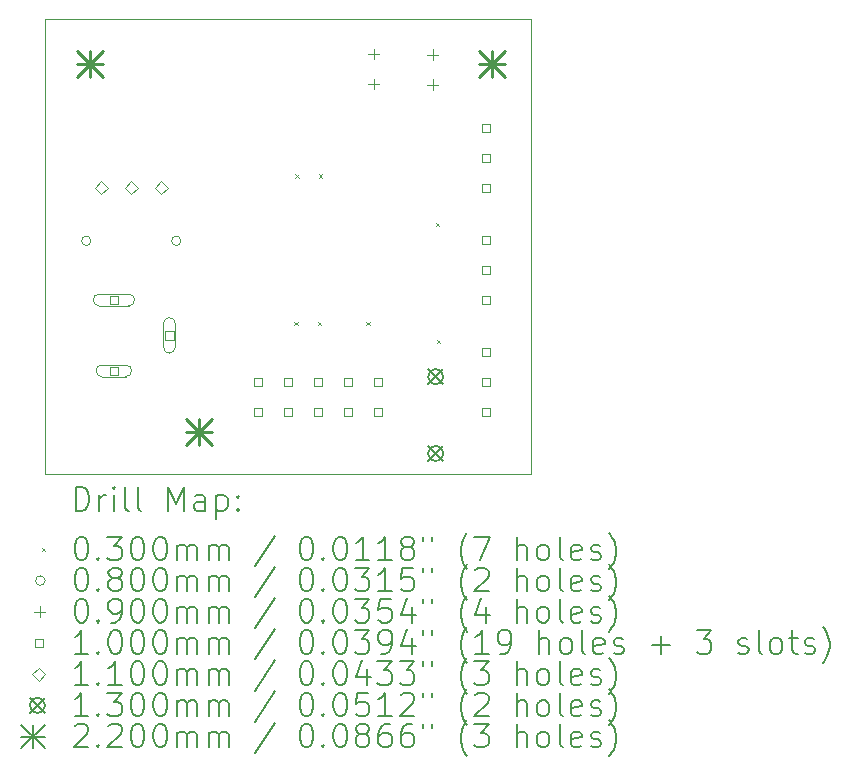
<source format=gbr>
%TF.GenerationSoftware,KiCad,Pcbnew,8.0.5*%
%TF.CreationDate,2024-11-04T19:37:20-07:00*%
%TF.ProjectId,ProjectPCB,50726f6a-6563-4745-9043-422e6b696361,rev?*%
%TF.SameCoordinates,Original*%
%TF.FileFunction,Drillmap*%
%TF.FilePolarity,Positive*%
%FSLAX45Y45*%
G04 Gerber Fmt 4.5, Leading zero omitted, Abs format (unit mm)*
G04 Created by KiCad (PCBNEW 8.0.5) date 2024-11-04 19:37:20*
%MOMM*%
%LPD*%
G01*
G04 APERTURE LIST*
%ADD10C,0.050000*%
%ADD11C,0.200000*%
%ADD12C,0.100000*%
%ADD13C,0.110000*%
%ADD14C,0.130000*%
%ADD15C,0.220000*%
G04 APERTURE END LIST*
D10*
X12020000Y-8220000D02*
X16130000Y-8220000D01*
X16130000Y-12070000D01*
X12020000Y-12070000D01*
X12020000Y-8220000D01*
D11*
D12*
X14125000Y-10785000D02*
X14155000Y-10815000D01*
X14155000Y-10785000D02*
X14125000Y-10815000D01*
X14135000Y-9535000D02*
X14165000Y-9565000D01*
X14165000Y-9535000D02*
X14135000Y-9565000D01*
X14325000Y-10785000D02*
X14355000Y-10815000D01*
X14355000Y-10785000D02*
X14325000Y-10815000D01*
X14335000Y-9535000D02*
X14365000Y-9565000D01*
X14365000Y-9535000D02*
X14335000Y-9565000D01*
X14735000Y-10785000D02*
X14765000Y-10815000D01*
X14765000Y-10785000D02*
X14735000Y-10815000D01*
X15325000Y-9945000D02*
X15355000Y-9975000D01*
X15355000Y-9945000D02*
X15325000Y-9975000D01*
X15335000Y-10935000D02*
X15365000Y-10965000D01*
X15365000Y-10935000D02*
X15335000Y-10965000D01*
X12406000Y-10100000D02*
G75*
G02*
X12326000Y-10100000I-40000J0D01*
G01*
X12326000Y-10100000D02*
G75*
G02*
X12406000Y-10100000I40000J0D01*
G01*
X13168000Y-10100000D02*
G75*
G02*
X13088000Y-10100000I-40000J0D01*
G01*
X13088000Y-10100000D02*
G75*
G02*
X13168000Y-10100000I40000J0D01*
G01*
X14800000Y-8473500D02*
X14800000Y-8563500D01*
X14755000Y-8518500D02*
X14845000Y-8518500D01*
X14800000Y-8727500D02*
X14800000Y-8817500D01*
X14755000Y-8772500D02*
X14845000Y-8772500D01*
X15300000Y-8477500D02*
X15300000Y-8567500D01*
X15255000Y-8522500D02*
X15345000Y-8522500D01*
X15300000Y-8731500D02*
X15300000Y-8821500D01*
X15255000Y-8776500D02*
X15345000Y-8776500D01*
X12635356Y-10635356D02*
X12635356Y-10564644D01*
X12564644Y-10564644D01*
X12564644Y-10635356D01*
X12635356Y-10635356D01*
X12725000Y-10550000D02*
X12475000Y-10550000D01*
X12475000Y-10650000D02*
G75*
G02*
X12475000Y-10550000I0J50000D01*
G01*
X12475000Y-10650000D02*
X12725000Y-10650000D01*
X12725000Y-10650000D02*
G75*
G03*
X12725000Y-10550000I0J50000D01*
G01*
X12635356Y-11235356D02*
X12635356Y-11164644D01*
X12564644Y-11164644D01*
X12564644Y-11235356D01*
X12635356Y-11235356D01*
X12700000Y-11150000D02*
X12500000Y-11150000D01*
X12500000Y-11250000D02*
G75*
G02*
X12500000Y-11150000I0J50000D01*
G01*
X12500000Y-11250000D02*
X12700000Y-11250000D01*
X12700000Y-11250000D02*
G75*
G03*
X12700000Y-11150000I0J50000D01*
G01*
X13105356Y-10935356D02*
X13105356Y-10864644D01*
X13034644Y-10864644D01*
X13034644Y-10935356D01*
X13105356Y-10935356D01*
X13020000Y-10800000D02*
X13020000Y-11000000D01*
X13120000Y-11000000D02*
G75*
G02*
X13020000Y-11000000I-50000J0D01*
G01*
X13120000Y-11000000D02*
X13120000Y-10800000D01*
X13120000Y-10800000D02*
G75*
G03*
X13020000Y-10800000I-50000J0D01*
G01*
X13856856Y-11332856D02*
X13856856Y-11262144D01*
X13786144Y-11262144D01*
X13786144Y-11332856D01*
X13856856Y-11332856D01*
X13856856Y-11586856D02*
X13856856Y-11516144D01*
X13786144Y-11516144D01*
X13786144Y-11586856D01*
X13856856Y-11586856D01*
X14110856Y-11332856D02*
X14110856Y-11262144D01*
X14040144Y-11262144D01*
X14040144Y-11332856D01*
X14110856Y-11332856D01*
X14110856Y-11586856D02*
X14110856Y-11516144D01*
X14040144Y-11516144D01*
X14040144Y-11586856D01*
X14110856Y-11586856D01*
X14364856Y-11332856D02*
X14364856Y-11262144D01*
X14294144Y-11262144D01*
X14294144Y-11332856D01*
X14364856Y-11332856D01*
X14364856Y-11586856D02*
X14364856Y-11516144D01*
X14294144Y-11516144D01*
X14294144Y-11586856D01*
X14364856Y-11586856D01*
X14618856Y-11332856D02*
X14618856Y-11262144D01*
X14548144Y-11262144D01*
X14548144Y-11332856D01*
X14618856Y-11332856D01*
X14618856Y-11586856D02*
X14618856Y-11516144D01*
X14548144Y-11516144D01*
X14548144Y-11586856D01*
X14618856Y-11586856D01*
X14872856Y-11332856D02*
X14872856Y-11262144D01*
X14802144Y-11262144D01*
X14802144Y-11332856D01*
X14872856Y-11332856D01*
X14872856Y-11586856D02*
X14872856Y-11516144D01*
X14802144Y-11516144D01*
X14802144Y-11586856D01*
X14872856Y-11586856D01*
X15785356Y-9177356D02*
X15785356Y-9106644D01*
X15714644Y-9106644D01*
X15714644Y-9177356D01*
X15785356Y-9177356D01*
X15785356Y-9431356D02*
X15785356Y-9360644D01*
X15714644Y-9360644D01*
X15714644Y-9431356D01*
X15785356Y-9431356D01*
X15785356Y-9685356D02*
X15785356Y-9614644D01*
X15714644Y-9614644D01*
X15714644Y-9685356D01*
X15785356Y-9685356D01*
X15785356Y-10127356D02*
X15785356Y-10056644D01*
X15714644Y-10056644D01*
X15714644Y-10127356D01*
X15785356Y-10127356D01*
X15785356Y-10381356D02*
X15785356Y-10310644D01*
X15714644Y-10310644D01*
X15714644Y-10381356D01*
X15785356Y-10381356D01*
X15785356Y-10635356D02*
X15785356Y-10564644D01*
X15714644Y-10564644D01*
X15714644Y-10635356D01*
X15785356Y-10635356D01*
X15785356Y-11077356D02*
X15785356Y-11006644D01*
X15714644Y-11006644D01*
X15714644Y-11077356D01*
X15785356Y-11077356D01*
X15785356Y-11331356D02*
X15785356Y-11260644D01*
X15714644Y-11260644D01*
X15714644Y-11331356D01*
X15785356Y-11331356D01*
X15785356Y-11585356D02*
X15785356Y-11514644D01*
X15714644Y-11514644D01*
X15714644Y-11585356D01*
X15785356Y-11585356D01*
D13*
X12492000Y-9705000D02*
X12547000Y-9650000D01*
X12492000Y-9595000D01*
X12437000Y-9650000D01*
X12492000Y-9705000D01*
X12746000Y-9705000D02*
X12801000Y-9650000D01*
X12746000Y-9595000D01*
X12691000Y-9650000D01*
X12746000Y-9705000D01*
X13000000Y-9705000D02*
X13055000Y-9650000D01*
X13000000Y-9595000D01*
X12945000Y-9650000D01*
X13000000Y-9705000D01*
D14*
X15260000Y-11185000D02*
X15390000Y-11315000D01*
X15390000Y-11185000D02*
X15260000Y-11315000D01*
X15390000Y-11250000D02*
G75*
G02*
X15260000Y-11250000I-65000J0D01*
G01*
X15260000Y-11250000D02*
G75*
G02*
X15390000Y-11250000I65000J0D01*
G01*
X15260000Y-11835000D02*
X15390000Y-11965000D01*
X15390000Y-11835000D02*
X15260000Y-11965000D01*
X15390000Y-11900000D02*
G75*
G02*
X15260000Y-11900000I-65000J0D01*
G01*
X15260000Y-11900000D02*
G75*
G02*
X15390000Y-11900000I65000J0D01*
G01*
D15*
X12290000Y-8490000D02*
X12510000Y-8710000D01*
X12510000Y-8490000D02*
X12290000Y-8710000D01*
X12400000Y-8490000D02*
X12400000Y-8710000D01*
X12290000Y-8600000D02*
X12510000Y-8600000D01*
X13210000Y-11610000D02*
X13430000Y-11830000D01*
X13430000Y-11610000D02*
X13210000Y-11830000D01*
X13320000Y-11610000D02*
X13320000Y-11830000D01*
X13210000Y-11720000D02*
X13430000Y-11720000D01*
X15690000Y-8490000D02*
X15910000Y-8710000D01*
X15910000Y-8490000D02*
X15690000Y-8710000D01*
X15800000Y-8490000D02*
X15800000Y-8710000D01*
X15690000Y-8600000D02*
X15910000Y-8600000D01*
D11*
X12278277Y-12383984D02*
X12278277Y-12183984D01*
X12278277Y-12183984D02*
X12325896Y-12183984D01*
X12325896Y-12183984D02*
X12354467Y-12193508D01*
X12354467Y-12193508D02*
X12373515Y-12212555D01*
X12373515Y-12212555D02*
X12383039Y-12231603D01*
X12383039Y-12231603D02*
X12392562Y-12269698D01*
X12392562Y-12269698D02*
X12392562Y-12298269D01*
X12392562Y-12298269D02*
X12383039Y-12336365D01*
X12383039Y-12336365D02*
X12373515Y-12355412D01*
X12373515Y-12355412D02*
X12354467Y-12374460D01*
X12354467Y-12374460D02*
X12325896Y-12383984D01*
X12325896Y-12383984D02*
X12278277Y-12383984D01*
X12478277Y-12383984D02*
X12478277Y-12250650D01*
X12478277Y-12288746D02*
X12487801Y-12269698D01*
X12487801Y-12269698D02*
X12497324Y-12260174D01*
X12497324Y-12260174D02*
X12516372Y-12250650D01*
X12516372Y-12250650D02*
X12535420Y-12250650D01*
X12602086Y-12383984D02*
X12602086Y-12250650D01*
X12602086Y-12183984D02*
X12592562Y-12193508D01*
X12592562Y-12193508D02*
X12602086Y-12203031D01*
X12602086Y-12203031D02*
X12611610Y-12193508D01*
X12611610Y-12193508D02*
X12602086Y-12183984D01*
X12602086Y-12183984D02*
X12602086Y-12203031D01*
X12725896Y-12383984D02*
X12706848Y-12374460D01*
X12706848Y-12374460D02*
X12697324Y-12355412D01*
X12697324Y-12355412D02*
X12697324Y-12183984D01*
X12830658Y-12383984D02*
X12811610Y-12374460D01*
X12811610Y-12374460D02*
X12802086Y-12355412D01*
X12802086Y-12355412D02*
X12802086Y-12183984D01*
X13059229Y-12383984D02*
X13059229Y-12183984D01*
X13059229Y-12183984D02*
X13125896Y-12326841D01*
X13125896Y-12326841D02*
X13192562Y-12183984D01*
X13192562Y-12183984D02*
X13192562Y-12383984D01*
X13373515Y-12383984D02*
X13373515Y-12279222D01*
X13373515Y-12279222D02*
X13363991Y-12260174D01*
X13363991Y-12260174D02*
X13344943Y-12250650D01*
X13344943Y-12250650D02*
X13306848Y-12250650D01*
X13306848Y-12250650D02*
X13287801Y-12260174D01*
X13373515Y-12374460D02*
X13354467Y-12383984D01*
X13354467Y-12383984D02*
X13306848Y-12383984D01*
X13306848Y-12383984D02*
X13287801Y-12374460D01*
X13287801Y-12374460D02*
X13278277Y-12355412D01*
X13278277Y-12355412D02*
X13278277Y-12336365D01*
X13278277Y-12336365D02*
X13287801Y-12317317D01*
X13287801Y-12317317D02*
X13306848Y-12307793D01*
X13306848Y-12307793D02*
X13354467Y-12307793D01*
X13354467Y-12307793D02*
X13373515Y-12298269D01*
X13468753Y-12250650D02*
X13468753Y-12450650D01*
X13468753Y-12260174D02*
X13487801Y-12250650D01*
X13487801Y-12250650D02*
X13525896Y-12250650D01*
X13525896Y-12250650D02*
X13544943Y-12260174D01*
X13544943Y-12260174D02*
X13554467Y-12269698D01*
X13554467Y-12269698D02*
X13563991Y-12288746D01*
X13563991Y-12288746D02*
X13563991Y-12345888D01*
X13563991Y-12345888D02*
X13554467Y-12364936D01*
X13554467Y-12364936D02*
X13544943Y-12374460D01*
X13544943Y-12374460D02*
X13525896Y-12383984D01*
X13525896Y-12383984D02*
X13487801Y-12383984D01*
X13487801Y-12383984D02*
X13468753Y-12374460D01*
X13649705Y-12364936D02*
X13659229Y-12374460D01*
X13659229Y-12374460D02*
X13649705Y-12383984D01*
X13649705Y-12383984D02*
X13640182Y-12374460D01*
X13640182Y-12374460D02*
X13649705Y-12364936D01*
X13649705Y-12364936D02*
X13649705Y-12383984D01*
X13649705Y-12260174D02*
X13659229Y-12269698D01*
X13659229Y-12269698D02*
X13649705Y-12279222D01*
X13649705Y-12279222D02*
X13640182Y-12269698D01*
X13640182Y-12269698D02*
X13649705Y-12260174D01*
X13649705Y-12260174D02*
X13649705Y-12279222D01*
D12*
X11987500Y-12697500D02*
X12017500Y-12727500D01*
X12017500Y-12697500D02*
X11987500Y-12727500D01*
D11*
X12316372Y-12603984D02*
X12335420Y-12603984D01*
X12335420Y-12603984D02*
X12354467Y-12613508D01*
X12354467Y-12613508D02*
X12363991Y-12623031D01*
X12363991Y-12623031D02*
X12373515Y-12642079D01*
X12373515Y-12642079D02*
X12383039Y-12680174D01*
X12383039Y-12680174D02*
X12383039Y-12727793D01*
X12383039Y-12727793D02*
X12373515Y-12765888D01*
X12373515Y-12765888D02*
X12363991Y-12784936D01*
X12363991Y-12784936D02*
X12354467Y-12794460D01*
X12354467Y-12794460D02*
X12335420Y-12803984D01*
X12335420Y-12803984D02*
X12316372Y-12803984D01*
X12316372Y-12803984D02*
X12297324Y-12794460D01*
X12297324Y-12794460D02*
X12287801Y-12784936D01*
X12287801Y-12784936D02*
X12278277Y-12765888D01*
X12278277Y-12765888D02*
X12268753Y-12727793D01*
X12268753Y-12727793D02*
X12268753Y-12680174D01*
X12268753Y-12680174D02*
X12278277Y-12642079D01*
X12278277Y-12642079D02*
X12287801Y-12623031D01*
X12287801Y-12623031D02*
X12297324Y-12613508D01*
X12297324Y-12613508D02*
X12316372Y-12603984D01*
X12468753Y-12784936D02*
X12478277Y-12794460D01*
X12478277Y-12794460D02*
X12468753Y-12803984D01*
X12468753Y-12803984D02*
X12459229Y-12794460D01*
X12459229Y-12794460D02*
X12468753Y-12784936D01*
X12468753Y-12784936D02*
X12468753Y-12803984D01*
X12544943Y-12603984D02*
X12668753Y-12603984D01*
X12668753Y-12603984D02*
X12602086Y-12680174D01*
X12602086Y-12680174D02*
X12630658Y-12680174D01*
X12630658Y-12680174D02*
X12649705Y-12689698D01*
X12649705Y-12689698D02*
X12659229Y-12699222D01*
X12659229Y-12699222D02*
X12668753Y-12718269D01*
X12668753Y-12718269D02*
X12668753Y-12765888D01*
X12668753Y-12765888D02*
X12659229Y-12784936D01*
X12659229Y-12784936D02*
X12649705Y-12794460D01*
X12649705Y-12794460D02*
X12630658Y-12803984D01*
X12630658Y-12803984D02*
X12573515Y-12803984D01*
X12573515Y-12803984D02*
X12554467Y-12794460D01*
X12554467Y-12794460D02*
X12544943Y-12784936D01*
X12792562Y-12603984D02*
X12811610Y-12603984D01*
X12811610Y-12603984D02*
X12830658Y-12613508D01*
X12830658Y-12613508D02*
X12840182Y-12623031D01*
X12840182Y-12623031D02*
X12849705Y-12642079D01*
X12849705Y-12642079D02*
X12859229Y-12680174D01*
X12859229Y-12680174D02*
X12859229Y-12727793D01*
X12859229Y-12727793D02*
X12849705Y-12765888D01*
X12849705Y-12765888D02*
X12840182Y-12784936D01*
X12840182Y-12784936D02*
X12830658Y-12794460D01*
X12830658Y-12794460D02*
X12811610Y-12803984D01*
X12811610Y-12803984D02*
X12792562Y-12803984D01*
X12792562Y-12803984D02*
X12773515Y-12794460D01*
X12773515Y-12794460D02*
X12763991Y-12784936D01*
X12763991Y-12784936D02*
X12754467Y-12765888D01*
X12754467Y-12765888D02*
X12744943Y-12727793D01*
X12744943Y-12727793D02*
X12744943Y-12680174D01*
X12744943Y-12680174D02*
X12754467Y-12642079D01*
X12754467Y-12642079D02*
X12763991Y-12623031D01*
X12763991Y-12623031D02*
X12773515Y-12613508D01*
X12773515Y-12613508D02*
X12792562Y-12603984D01*
X12983039Y-12603984D02*
X13002086Y-12603984D01*
X13002086Y-12603984D02*
X13021134Y-12613508D01*
X13021134Y-12613508D02*
X13030658Y-12623031D01*
X13030658Y-12623031D02*
X13040182Y-12642079D01*
X13040182Y-12642079D02*
X13049705Y-12680174D01*
X13049705Y-12680174D02*
X13049705Y-12727793D01*
X13049705Y-12727793D02*
X13040182Y-12765888D01*
X13040182Y-12765888D02*
X13030658Y-12784936D01*
X13030658Y-12784936D02*
X13021134Y-12794460D01*
X13021134Y-12794460D02*
X13002086Y-12803984D01*
X13002086Y-12803984D02*
X12983039Y-12803984D01*
X12983039Y-12803984D02*
X12963991Y-12794460D01*
X12963991Y-12794460D02*
X12954467Y-12784936D01*
X12954467Y-12784936D02*
X12944943Y-12765888D01*
X12944943Y-12765888D02*
X12935420Y-12727793D01*
X12935420Y-12727793D02*
X12935420Y-12680174D01*
X12935420Y-12680174D02*
X12944943Y-12642079D01*
X12944943Y-12642079D02*
X12954467Y-12623031D01*
X12954467Y-12623031D02*
X12963991Y-12613508D01*
X12963991Y-12613508D02*
X12983039Y-12603984D01*
X13135420Y-12803984D02*
X13135420Y-12670650D01*
X13135420Y-12689698D02*
X13144943Y-12680174D01*
X13144943Y-12680174D02*
X13163991Y-12670650D01*
X13163991Y-12670650D02*
X13192563Y-12670650D01*
X13192563Y-12670650D02*
X13211610Y-12680174D01*
X13211610Y-12680174D02*
X13221134Y-12699222D01*
X13221134Y-12699222D02*
X13221134Y-12803984D01*
X13221134Y-12699222D02*
X13230658Y-12680174D01*
X13230658Y-12680174D02*
X13249705Y-12670650D01*
X13249705Y-12670650D02*
X13278277Y-12670650D01*
X13278277Y-12670650D02*
X13297324Y-12680174D01*
X13297324Y-12680174D02*
X13306848Y-12699222D01*
X13306848Y-12699222D02*
X13306848Y-12803984D01*
X13402086Y-12803984D02*
X13402086Y-12670650D01*
X13402086Y-12689698D02*
X13411610Y-12680174D01*
X13411610Y-12680174D02*
X13430658Y-12670650D01*
X13430658Y-12670650D02*
X13459229Y-12670650D01*
X13459229Y-12670650D02*
X13478277Y-12680174D01*
X13478277Y-12680174D02*
X13487801Y-12699222D01*
X13487801Y-12699222D02*
X13487801Y-12803984D01*
X13487801Y-12699222D02*
X13497324Y-12680174D01*
X13497324Y-12680174D02*
X13516372Y-12670650D01*
X13516372Y-12670650D02*
X13544943Y-12670650D01*
X13544943Y-12670650D02*
X13563991Y-12680174D01*
X13563991Y-12680174D02*
X13573515Y-12699222D01*
X13573515Y-12699222D02*
X13573515Y-12803984D01*
X13963991Y-12594460D02*
X13792563Y-12851603D01*
X14221134Y-12603984D02*
X14240182Y-12603984D01*
X14240182Y-12603984D02*
X14259229Y-12613508D01*
X14259229Y-12613508D02*
X14268753Y-12623031D01*
X14268753Y-12623031D02*
X14278277Y-12642079D01*
X14278277Y-12642079D02*
X14287801Y-12680174D01*
X14287801Y-12680174D02*
X14287801Y-12727793D01*
X14287801Y-12727793D02*
X14278277Y-12765888D01*
X14278277Y-12765888D02*
X14268753Y-12784936D01*
X14268753Y-12784936D02*
X14259229Y-12794460D01*
X14259229Y-12794460D02*
X14240182Y-12803984D01*
X14240182Y-12803984D02*
X14221134Y-12803984D01*
X14221134Y-12803984D02*
X14202086Y-12794460D01*
X14202086Y-12794460D02*
X14192563Y-12784936D01*
X14192563Y-12784936D02*
X14183039Y-12765888D01*
X14183039Y-12765888D02*
X14173515Y-12727793D01*
X14173515Y-12727793D02*
X14173515Y-12680174D01*
X14173515Y-12680174D02*
X14183039Y-12642079D01*
X14183039Y-12642079D02*
X14192563Y-12623031D01*
X14192563Y-12623031D02*
X14202086Y-12613508D01*
X14202086Y-12613508D02*
X14221134Y-12603984D01*
X14373515Y-12784936D02*
X14383039Y-12794460D01*
X14383039Y-12794460D02*
X14373515Y-12803984D01*
X14373515Y-12803984D02*
X14363991Y-12794460D01*
X14363991Y-12794460D02*
X14373515Y-12784936D01*
X14373515Y-12784936D02*
X14373515Y-12803984D01*
X14506848Y-12603984D02*
X14525896Y-12603984D01*
X14525896Y-12603984D02*
X14544944Y-12613508D01*
X14544944Y-12613508D02*
X14554467Y-12623031D01*
X14554467Y-12623031D02*
X14563991Y-12642079D01*
X14563991Y-12642079D02*
X14573515Y-12680174D01*
X14573515Y-12680174D02*
X14573515Y-12727793D01*
X14573515Y-12727793D02*
X14563991Y-12765888D01*
X14563991Y-12765888D02*
X14554467Y-12784936D01*
X14554467Y-12784936D02*
X14544944Y-12794460D01*
X14544944Y-12794460D02*
X14525896Y-12803984D01*
X14525896Y-12803984D02*
X14506848Y-12803984D01*
X14506848Y-12803984D02*
X14487801Y-12794460D01*
X14487801Y-12794460D02*
X14478277Y-12784936D01*
X14478277Y-12784936D02*
X14468753Y-12765888D01*
X14468753Y-12765888D02*
X14459229Y-12727793D01*
X14459229Y-12727793D02*
X14459229Y-12680174D01*
X14459229Y-12680174D02*
X14468753Y-12642079D01*
X14468753Y-12642079D02*
X14478277Y-12623031D01*
X14478277Y-12623031D02*
X14487801Y-12613508D01*
X14487801Y-12613508D02*
X14506848Y-12603984D01*
X14763991Y-12803984D02*
X14649706Y-12803984D01*
X14706848Y-12803984D02*
X14706848Y-12603984D01*
X14706848Y-12603984D02*
X14687801Y-12632555D01*
X14687801Y-12632555D02*
X14668753Y-12651603D01*
X14668753Y-12651603D02*
X14649706Y-12661127D01*
X14954467Y-12803984D02*
X14840182Y-12803984D01*
X14897325Y-12803984D02*
X14897325Y-12603984D01*
X14897325Y-12603984D02*
X14878277Y-12632555D01*
X14878277Y-12632555D02*
X14859229Y-12651603D01*
X14859229Y-12651603D02*
X14840182Y-12661127D01*
X15068753Y-12689698D02*
X15049706Y-12680174D01*
X15049706Y-12680174D02*
X15040182Y-12670650D01*
X15040182Y-12670650D02*
X15030658Y-12651603D01*
X15030658Y-12651603D02*
X15030658Y-12642079D01*
X15030658Y-12642079D02*
X15040182Y-12623031D01*
X15040182Y-12623031D02*
X15049706Y-12613508D01*
X15049706Y-12613508D02*
X15068753Y-12603984D01*
X15068753Y-12603984D02*
X15106848Y-12603984D01*
X15106848Y-12603984D02*
X15125896Y-12613508D01*
X15125896Y-12613508D02*
X15135420Y-12623031D01*
X15135420Y-12623031D02*
X15144944Y-12642079D01*
X15144944Y-12642079D02*
X15144944Y-12651603D01*
X15144944Y-12651603D02*
X15135420Y-12670650D01*
X15135420Y-12670650D02*
X15125896Y-12680174D01*
X15125896Y-12680174D02*
X15106848Y-12689698D01*
X15106848Y-12689698D02*
X15068753Y-12689698D01*
X15068753Y-12689698D02*
X15049706Y-12699222D01*
X15049706Y-12699222D02*
X15040182Y-12708746D01*
X15040182Y-12708746D02*
X15030658Y-12727793D01*
X15030658Y-12727793D02*
X15030658Y-12765888D01*
X15030658Y-12765888D02*
X15040182Y-12784936D01*
X15040182Y-12784936D02*
X15049706Y-12794460D01*
X15049706Y-12794460D02*
X15068753Y-12803984D01*
X15068753Y-12803984D02*
X15106848Y-12803984D01*
X15106848Y-12803984D02*
X15125896Y-12794460D01*
X15125896Y-12794460D02*
X15135420Y-12784936D01*
X15135420Y-12784936D02*
X15144944Y-12765888D01*
X15144944Y-12765888D02*
X15144944Y-12727793D01*
X15144944Y-12727793D02*
X15135420Y-12708746D01*
X15135420Y-12708746D02*
X15125896Y-12699222D01*
X15125896Y-12699222D02*
X15106848Y-12689698D01*
X15221134Y-12603984D02*
X15221134Y-12642079D01*
X15297325Y-12603984D02*
X15297325Y-12642079D01*
X15592563Y-12880174D02*
X15583039Y-12870650D01*
X15583039Y-12870650D02*
X15563991Y-12842079D01*
X15563991Y-12842079D02*
X15554468Y-12823031D01*
X15554468Y-12823031D02*
X15544944Y-12794460D01*
X15544944Y-12794460D02*
X15535420Y-12746841D01*
X15535420Y-12746841D02*
X15535420Y-12708746D01*
X15535420Y-12708746D02*
X15544944Y-12661127D01*
X15544944Y-12661127D02*
X15554468Y-12632555D01*
X15554468Y-12632555D02*
X15563991Y-12613508D01*
X15563991Y-12613508D02*
X15583039Y-12584936D01*
X15583039Y-12584936D02*
X15592563Y-12575412D01*
X15649706Y-12603984D02*
X15783039Y-12603984D01*
X15783039Y-12603984D02*
X15697325Y-12803984D01*
X16011610Y-12803984D02*
X16011610Y-12603984D01*
X16097325Y-12803984D02*
X16097325Y-12699222D01*
X16097325Y-12699222D02*
X16087801Y-12680174D01*
X16087801Y-12680174D02*
X16068753Y-12670650D01*
X16068753Y-12670650D02*
X16040182Y-12670650D01*
X16040182Y-12670650D02*
X16021134Y-12680174D01*
X16021134Y-12680174D02*
X16011610Y-12689698D01*
X16221134Y-12803984D02*
X16202087Y-12794460D01*
X16202087Y-12794460D02*
X16192563Y-12784936D01*
X16192563Y-12784936D02*
X16183039Y-12765888D01*
X16183039Y-12765888D02*
X16183039Y-12708746D01*
X16183039Y-12708746D02*
X16192563Y-12689698D01*
X16192563Y-12689698D02*
X16202087Y-12680174D01*
X16202087Y-12680174D02*
X16221134Y-12670650D01*
X16221134Y-12670650D02*
X16249706Y-12670650D01*
X16249706Y-12670650D02*
X16268753Y-12680174D01*
X16268753Y-12680174D02*
X16278277Y-12689698D01*
X16278277Y-12689698D02*
X16287801Y-12708746D01*
X16287801Y-12708746D02*
X16287801Y-12765888D01*
X16287801Y-12765888D02*
X16278277Y-12784936D01*
X16278277Y-12784936D02*
X16268753Y-12794460D01*
X16268753Y-12794460D02*
X16249706Y-12803984D01*
X16249706Y-12803984D02*
X16221134Y-12803984D01*
X16402087Y-12803984D02*
X16383039Y-12794460D01*
X16383039Y-12794460D02*
X16373515Y-12775412D01*
X16373515Y-12775412D02*
X16373515Y-12603984D01*
X16554468Y-12794460D02*
X16535420Y-12803984D01*
X16535420Y-12803984D02*
X16497325Y-12803984D01*
X16497325Y-12803984D02*
X16478277Y-12794460D01*
X16478277Y-12794460D02*
X16468753Y-12775412D01*
X16468753Y-12775412D02*
X16468753Y-12699222D01*
X16468753Y-12699222D02*
X16478277Y-12680174D01*
X16478277Y-12680174D02*
X16497325Y-12670650D01*
X16497325Y-12670650D02*
X16535420Y-12670650D01*
X16535420Y-12670650D02*
X16554468Y-12680174D01*
X16554468Y-12680174D02*
X16563991Y-12699222D01*
X16563991Y-12699222D02*
X16563991Y-12718269D01*
X16563991Y-12718269D02*
X16468753Y-12737317D01*
X16640182Y-12794460D02*
X16659230Y-12803984D01*
X16659230Y-12803984D02*
X16697325Y-12803984D01*
X16697325Y-12803984D02*
X16716372Y-12794460D01*
X16716372Y-12794460D02*
X16725896Y-12775412D01*
X16725896Y-12775412D02*
X16725896Y-12765888D01*
X16725896Y-12765888D02*
X16716372Y-12746841D01*
X16716372Y-12746841D02*
X16697325Y-12737317D01*
X16697325Y-12737317D02*
X16668753Y-12737317D01*
X16668753Y-12737317D02*
X16649706Y-12727793D01*
X16649706Y-12727793D02*
X16640182Y-12708746D01*
X16640182Y-12708746D02*
X16640182Y-12699222D01*
X16640182Y-12699222D02*
X16649706Y-12680174D01*
X16649706Y-12680174D02*
X16668753Y-12670650D01*
X16668753Y-12670650D02*
X16697325Y-12670650D01*
X16697325Y-12670650D02*
X16716372Y-12680174D01*
X16792563Y-12880174D02*
X16802087Y-12870650D01*
X16802087Y-12870650D02*
X16821134Y-12842079D01*
X16821134Y-12842079D02*
X16830658Y-12823031D01*
X16830658Y-12823031D02*
X16840182Y-12794460D01*
X16840182Y-12794460D02*
X16849706Y-12746841D01*
X16849706Y-12746841D02*
X16849706Y-12708746D01*
X16849706Y-12708746D02*
X16840182Y-12661127D01*
X16840182Y-12661127D02*
X16830658Y-12632555D01*
X16830658Y-12632555D02*
X16821134Y-12613508D01*
X16821134Y-12613508D02*
X16802087Y-12584936D01*
X16802087Y-12584936D02*
X16792563Y-12575412D01*
D12*
X12017500Y-12976500D02*
G75*
G02*
X11937500Y-12976500I-40000J0D01*
G01*
X11937500Y-12976500D02*
G75*
G02*
X12017500Y-12976500I40000J0D01*
G01*
D11*
X12316372Y-12867984D02*
X12335420Y-12867984D01*
X12335420Y-12867984D02*
X12354467Y-12877508D01*
X12354467Y-12877508D02*
X12363991Y-12887031D01*
X12363991Y-12887031D02*
X12373515Y-12906079D01*
X12373515Y-12906079D02*
X12383039Y-12944174D01*
X12383039Y-12944174D02*
X12383039Y-12991793D01*
X12383039Y-12991793D02*
X12373515Y-13029888D01*
X12373515Y-13029888D02*
X12363991Y-13048936D01*
X12363991Y-13048936D02*
X12354467Y-13058460D01*
X12354467Y-13058460D02*
X12335420Y-13067984D01*
X12335420Y-13067984D02*
X12316372Y-13067984D01*
X12316372Y-13067984D02*
X12297324Y-13058460D01*
X12297324Y-13058460D02*
X12287801Y-13048936D01*
X12287801Y-13048936D02*
X12278277Y-13029888D01*
X12278277Y-13029888D02*
X12268753Y-12991793D01*
X12268753Y-12991793D02*
X12268753Y-12944174D01*
X12268753Y-12944174D02*
X12278277Y-12906079D01*
X12278277Y-12906079D02*
X12287801Y-12887031D01*
X12287801Y-12887031D02*
X12297324Y-12877508D01*
X12297324Y-12877508D02*
X12316372Y-12867984D01*
X12468753Y-13048936D02*
X12478277Y-13058460D01*
X12478277Y-13058460D02*
X12468753Y-13067984D01*
X12468753Y-13067984D02*
X12459229Y-13058460D01*
X12459229Y-13058460D02*
X12468753Y-13048936D01*
X12468753Y-13048936D02*
X12468753Y-13067984D01*
X12592562Y-12953698D02*
X12573515Y-12944174D01*
X12573515Y-12944174D02*
X12563991Y-12934650D01*
X12563991Y-12934650D02*
X12554467Y-12915603D01*
X12554467Y-12915603D02*
X12554467Y-12906079D01*
X12554467Y-12906079D02*
X12563991Y-12887031D01*
X12563991Y-12887031D02*
X12573515Y-12877508D01*
X12573515Y-12877508D02*
X12592562Y-12867984D01*
X12592562Y-12867984D02*
X12630658Y-12867984D01*
X12630658Y-12867984D02*
X12649705Y-12877508D01*
X12649705Y-12877508D02*
X12659229Y-12887031D01*
X12659229Y-12887031D02*
X12668753Y-12906079D01*
X12668753Y-12906079D02*
X12668753Y-12915603D01*
X12668753Y-12915603D02*
X12659229Y-12934650D01*
X12659229Y-12934650D02*
X12649705Y-12944174D01*
X12649705Y-12944174D02*
X12630658Y-12953698D01*
X12630658Y-12953698D02*
X12592562Y-12953698D01*
X12592562Y-12953698D02*
X12573515Y-12963222D01*
X12573515Y-12963222D02*
X12563991Y-12972746D01*
X12563991Y-12972746D02*
X12554467Y-12991793D01*
X12554467Y-12991793D02*
X12554467Y-13029888D01*
X12554467Y-13029888D02*
X12563991Y-13048936D01*
X12563991Y-13048936D02*
X12573515Y-13058460D01*
X12573515Y-13058460D02*
X12592562Y-13067984D01*
X12592562Y-13067984D02*
X12630658Y-13067984D01*
X12630658Y-13067984D02*
X12649705Y-13058460D01*
X12649705Y-13058460D02*
X12659229Y-13048936D01*
X12659229Y-13048936D02*
X12668753Y-13029888D01*
X12668753Y-13029888D02*
X12668753Y-12991793D01*
X12668753Y-12991793D02*
X12659229Y-12972746D01*
X12659229Y-12972746D02*
X12649705Y-12963222D01*
X12649705Y-12963222D02*
X12630658Y-12953698D01*
X12792562Y-12867984D02*
X12811610Y-12867984D01*
X12811610Y-12867984D02*
X12830658Y-12877508D01*
X12830658Y-12877508D02*
X12840182Y-12887031D01*
X12840182Y-12887031D02*
X12849705Y-12906079D01*
X12849705Y-12906079D02*
X12859229Y-12944174D01*
X12859229Y-12944174D02*
X12859229Y-12991793D01*
X12859229Y-12991793D02*
X12849705Y-13029888D01*
X12849705Y-13029888D02*
X12840182Y-13048936D01*
X12840182Y-13048936D02*
X12830658Y-13058460D01*
X12830658Y-13058460D02*
X12811610Y-13067984D01*
X12811610Y-13067984D02*
X12792562Y-13067984D01*
X12792562Y-13067984D02*
X12773515Y-13058460D01*
X12773515Y-13058460D02*
X12763991Y-13048936D01*
X12763991Y-13048936D02*
X12754467Y-13029888D01*
X12754467Y-13029888D02*
X12744943Y-12991793D01*
X12744943Y-12991793D02*
X12744943Y-12944174D01*
X12744943Y-12944174D02*
X12754467Y-12906079D01*
X12754467Y-12906079D02*
X12763991Y-12887031D01*
X12763991Y-12887031D02*
X12773515Y-12877508D01*
X12773515Y-12877508D02*
X12792562Y-12867984D01*
X12983039Y-12867984D02*
X13002086Y-12867984D01*
X13002086Y-12867984D02*
X13021134Y-12877508D01*
X13021134Y-12877508D02*
X13030658Y-12887031D01*
X13030658Y-12887031D02*
X13040182Y-12906079D01*
X13040182Y-12906079D02*
X13049705Y-12944174D01*
X13049705Y-12944174D02*
X13049705Y-12991793D01*
X13049705Y-12991793D02*
X13040182Y-13029888D01*
X13040182Y-13029888D02*
X13030658Y-13048936D01*
X13030658Y-13048936D02*
X13021134Y-13058460D01*
X13021134Y-13058460D02*
X13002086Y-13067984D01*
X13002086Y-13067984D02*
X12983039Y-13067984D01*
X12983039Y-13067984D02*
X12963991Y-13058460D01*
X12963991Y-13058460D02*
X12954467Y-13048936D01*
X12954467Y-13048936D02*
X12944943Y-13029888D01*
X12944943Y-13029888D02*
X12935420Y-12991793D01*
X12935420Y-12991793D02*
X12935420Y-12944174D01*
X12935420Y-12944174D02*
X12944943Y-12906079D01*
X12944943Y-12906079D02*
X12954467Y-12887031D01*
X12954467Y-12887031D02*
X12963991Y-12877508D01*
X12963991Y-12877508D02*
X12983039Y-12867984D01*
X13135420Y-13067984D02*
X13135420Y-12934650D01*
X13135420Y-12953698D02*
X13144943Y-12944174D01*
X13144943Y-12944174D02*
X13163991Y-12934650D01*
X13163991Y-12934650D02*
X13192563Y-12934650D01*
X13192563Y-12934650D02*
X13211610Y-12944174D01*
X13211610Y-12944174D02*
X13221134Y-12963222D01*
X13221134Y-12963222D02*
X13221134Y-13067984D01*
X13221134Y-12963222D02*
X13230658Y-12944174D01*
X13230658Y-12944174D02*
X13249705Y-12934650D01*
X13249705Y-12934650D02*
X13278277Y-12934650D01*
X13278277Y-12934650D02*
X13297324Y-12944174D01*
X13297324Y-12944174D02*
X13306848Y-12963222D01*
X13306848Y-12963222D02*
X13306848Y-13067984D01*
X13402086Y-13067984D02*
X13402086Y-12934650D01*
X13402086Y-12953698D02*
X13411610Y-12944174D01*
X13411610Y-12944174D02*
X13430658Y-12934650D01*
X13430658Y-12934650D02*
X13459229Y-12934650D01*
X13459229Y-12934650D02*
X13478277Y-12944174D01*
X13478277Y-12944174D02*
X13487801Y-12963222D01*
X13487801Y-12963222D02*
X13487801Y-13067984D01*
X13487801Y-12963222D02*
X13497324Y-12944174D01*
X13497324Y-12944174D02*
X13516372Y-12934650D01*
X13516372Y-12934650D02*
X13544943Y-12934650D01*
X13544943Y-12934650D02*
X13563991Y-12944174D01*
X13563991Y-12944174D02*
X13573515Y-12963222D01*
X13573515Y-12963222D02*
X13573515Y-13067984D01*
X13963991Y-12858460D02*
X13792563Y-13115603D01*
X14221134Y-12867984D02*
X14240182Y-12867984D01*
X14240182Y-12867984D02*
X14259229Y-12877508D01*
X14259229Y-12877508D02*
X14268753Y-12887031D01*
X14268753Y-12887031D02*
X14278277Y-12906079D01*
X14278277Y-12906079D02*
X14287801Y-12944174D01*
X14287801Y-12944174D02*
X14287801Y-12991793D01*
X14287801Y-12991793D02*
X14278277Y-13029888D01*
X14278277Y-13029888D02*
X14268753Y-13048936D01*
X14268753Y-13048936D02*
X14259229Y-13058460D01*
X14259229Y-13058460D02*
X14240182Y-13067984D01*
X14240182Y-13067984D02*
X14221134Y-13067984D01*
X14221134Y-13067984D02*
X14202086Y-13058460D01*
X14202086Y-13058460D02*
X14192563Y-13048936D01*
X14192563Y-13048936D02*
X14183039Y-13029888D01*
X14183039Y-13029888D02*
X14173515Y-12991793D01*
X14173515Y-12991793D02*
X14173515Y-12944174D01*
X14173515Y-12944174D02*
X14183039Y-12906079D01*
X14183039Y-12906079D02*
X14192563Y-12887031D01*
X14192563Y-12887031D02*
X14202086Y-12877508D01*
X14202086Y-12877508D02*
X14221134Y-12867984D01*
X14373515Y-13048936D02*
X14383039Y-13058460D01*
X14383039Y-13058460D02*
X14373515Y-13067984D01*
X14373515Y-13067984D02*
X14363991Y-13058460D01*
X14363991Y-13058460D02*
X14373515Y-13048936D01*
X14373515Y-13048936D02*
X14373515Y-13067984D01*
X14506848Y-12867984D02*
X14525896Y-12867984D01*
X14525896Y-12867984D02*
X14544944Y-12877508D01*
X14544944Y-12877508D02*
X14554467Y-12887031D01*
X14554467Y-12887031D02*
X14563991Y-12906079D01*
X14563991Y-12906079D02*
X14573515Y-12944174D01*
X14573515Y-12944174D02*
X14573515Y-12991793D01*
X14573515Y-12991793D02*
X14563991Y-13029888D01*
X14563991Y-13029888D02*
X14554467Y-13048936D01*
X14554467Y-13048936D02*
X14544944Y-13058460D01*
X14544944Y-13058460D02*
X14525896Y-13067984D01*
X14525896Y-13067984D02*
X14506848Y-13067984D01*
X14506848Y-13067984D02*
X14487801Y-13058460D01*
X14487801Y-13058460D02*
X14478277Y-13048936D01*
X14478277Y-13048936D02*
X14468753Y-13029888D01*
X14468753Y-13029888D02*
X14459229Y-12991793D01*
X14459229Y-12991793D02*
X14459229Y-12944174D01*
X14459229Y-12944174D02*
X14468753Y-12906079D01*
X14468753Y-12906079D02*
X14478277Y-12887031D01*
X14478277Y-12887031D02*
X14487801Y-12877508D01*
X14487801Y-12877508D02*
X14506848Y-12867984D01*
X14640182Y-12867984D02*
X14763991Y-12867984D01*
X14763991Y-12867984D02*
X14697325Y-12944174D01*
X14697325Y-12944174D02*
X14725896Y-12944174D01*
X14725896Y-12944174D02*
X14744944Y-12953698D01*
X14744944Y-12953698D02*
X14754467Y-12963222D01*
X14754467Y-12963222D02*
X14763991Y-12982269D01*
X14763991Y-12982269D02*
X14763991Y-13029888D01*
X14763991Y-13029888D02*
X14754467Y-13048936D01*
X14754467Y-13048936D02*
X14744944Y-13058460D01*
X14744944Y-13058460D02*
X14725896Y-13067984D01*
X14725896Y-13067984D02*
X14668753Y-13067984D01*
X14668753Y-13067984D02*
X14649706Y-13058460D01*
X14649706Y-13058460D02*
X14640182Y-13048936D01*
X14954467Y-13067984D02*
X14840182Y-13067984D01*
X14897325Y-13067984D02*
X14897325Y-12867984D01*
X14897325Y-12867984D02*
X14878277Y-12896555D01*
X14878277Y-12896555D02*
X14859229Y-12915603D01*
X14859229Y-12915603D02*
X14840182Y-12925127D01*
X15135420Y-12867984D02*
X15040182Y-12867984D01*
X15040182Y-12867984D02*
X15030658Y-12963222D01*
X15030658Y-12963222D02*
X15040182Y-12953698D01*
X15040182Y-12953698D02*
X15059229Y-12944174D01*
X15059229Y-12944174D02*
X15106848Y-12944174D01*
X15106848Y-12944174D02*
X15125896Y-12953698D01*
X15125896Y-12953698D02*
X15135420Y-12963222D01*
X15135420Y-12963222D02*
X15144944Y-12982269D01*
X15144944Y-12982269D02*
X15144944Y-13029888D01*
X15144944Y-13029888D02*
X15135420Y-13048936D01*
X15135420Y-13048936D02*
X15125896Y-13058460D01*
X15125896Y-13058460D02*
X15106848Y-13067984D01*
X15106848Y-13067984D02*
X15059229Y-13067984D01*
X15059229Y-13067984D02*
X15040182Y-13058460D01*
X15040182Y-13058460D02*
X15030658Y-13048936D01*
X15221134Y-12867984D02*
X15221134Y-12906079D01*
X15297325Y-12867984D02*
X15297325Y-12906079D01*
X15592563Y-13144174D02*
X15583039Y-13134650D01*
X15583039Y-13134650D02*
X15563991Y-13106079D01*
X15563991Y-13106079D02*
X15554468Y-13087031D01*
X15554468Y-13087031D02*
X15544944Y-13058460D01*
X15544944Y-13058460D02*
X15535420Y-13010841D01*
X15535420Y-13010841D02*
X15535420Y-12972746D01*
X15535420Y-12972746D02*
X15544944Y-12925127D01*
X15544944Y-12925127D02*
X15554468Y-12896555D01*
X15554468Y-12896555D02*
X15563991Y-12877508D01*
X15563991Y-12877508D02*
X15583039Y-12848936D01*
X15583039Y-12848936D02*
X15592563Y-12839412D01*
X15659229Y-12887031D02*
X15668753Y-12877508D01*
X15668753Y-12877508D02*
X15687801Y-12867984D01*
X15687801Y-12867984D02*
X15735420Y-12867984D01*
X15735420Y-12867984D02*
X15754468Y-12877508D01*
X15754468Y-12877508D02*
X15763991Y-12887031D01*
X15763991Y-12887031D02*
X15773515Y-12906079D01*
X15773515Y-12906079D02*
X15773515Y-12925127D01*
X15773515Y-12925127D02*
X15763991Y-12953698D01*
X15763991Y-12953698D02*
X15649706Y-13067984D01*
X15649706Y-13067984D02*
X15773515Y-13067984D01*
X16011610Y-13067984D02*
X16011610Y-12867984D01*
X16097325Y-13067984D02*
X16097325Y-12963222D01*
X16097325Y-12963222D02*
X16087801Y-12944174D01*
X16087801Y-12944174D02*
X16068753Y-12934650D01*
X16068753Y-12934650D02*
X16040182Y-12934650D01*
X16040182Y-12934650D02*
X16021134Y-12944174D01*
X16021134Y-12944174D02*
X16011610Y-12953698D01*
X16221134Y-13067984D02*
X16202087Y-13058460D01*
X16202087Y-13058460D02*
X16192563Y-13048936D01*
X16192563Y-13048936D02*
X16183039Y-13029888D01*
X16183039Y-13029888D02*
X16183039Y-12972746D01*
X16183039Y-12972746D02*
X16192563Y-12953698D01*
X16192563Y-12953698D02*
X16202087Y-12944174D01*
X16202087Y-12944174D02*
X16221134Y-12934650D01*
X16221134Y-12934650D02*
X16249706Y-12934650D01*
X16249706Y-12934650D02*
X16268753Y-12944174D01*
X16268753Y-12944174D02*
X16278277Y-12953698D01*
X16278277Y-12953698D02*
X16287801Y-12972746D01*
X16287801Y-12972746D02*
X16287801Y-13029888D01*
X16287801Y-13029888D02*
X16278277Y-13048936D01*
X16278277Y-13048936D02*
X16268753Y-13058460D01*
X16268753Y-13058460D02*
X16249706Y-13067984D01*
X16249706Y-13067984D02*
X16221134Y-13067984D01*
X16402087Y-13067984D02*
X16383039Y-13058460D01*
X16383039Y-13058460D02*
X16373515Y-13039412D01*
X16373515Y-13039412D02*
X16373515Y-12867984D01*
X16554468Y-13058460D02*
X16535420Y-13067984D01*
X16535420Y-13067984D02*
X16497325Y-13067984D01*
X16497325Y-13067984D02*
X16478277Y-13058460D01*
X16478277Y-13058460D02*
X16468753Y-13039412D01*
X16468753Y-13039412D02*
X16468753Y-12963222D01*
X16468753Y-12963222D02*
X16478277Y-12944174D01*
X16478277Y-12944174D02*
X16497325Y-12934650D01*
X16497325Y-12934650D02*
X16535420Y-12934650D01*
X16535420Y-12934650D02*
X16554468Y-12944174D01*
X16554468Y-12944174D02*
X16563991Y-12963222D01*
X16563991Y-12963222D02*
X16563991Y-12982269D01*
X16563991Y-12982269D02*
X16468753Y-13001317D01*
X16640182Y-13058460D02*
X16659230Y-13067984D01*
X16659230Y-13067984D02*
X16697325Y-13067984D01*
X16697325Y-13067984D02*
X16716372Y-13058460D01*
X16716372Y-13058460D02*
X16725896Y-13039412D01*
X16725896Y-13039412D02*
X16725896Y-13029888D01*
X16725896Y-13029888D02*
X16716372Y-13010841D01*
X16716372Y-13010841D02*
X16697325Y-13001317D01*
X16697325Y-13001317D02*
X16668753Y-13001317D01*
X16668753Y-13001317D02*
X16649706Y-12991793D01*
X16649706Y-12991793D02*
X16640182Y-12972746D01*
X16640182Y-12972746D02*
X16640182Y-12963222D01*
X16640182Y-12963222D02*
X16649706Y-12944174D01*
X16649706Y-12944174D02*
X16668753Y-12934650D01*
X16668753Y-12934650D02*
X16697325Y-12934650D01*
X16697325Y-12934650D02*
X16716372Y-12944174D01*
X16792563Y-13144174D02*
X16802087Y-13134650D01*
X16802087Y-13134650D02*
X16821134Y-13106079D01*
X16821134Y-13106079D02*
X16830658Y-13087031D01*
X16830658Y-13087031D02*
X16840182Y-13058460D01*
X16840182Y-13058460D02*
X16849706Y-13010841D01*
X16849706Y-13010841D02*
X16849706Y-12972746D01*
X16849706Y-12972746D02*
X16840182Y-12925127D01*
X16840182Y-12925127D02*
X16830658Y-12896555D01*
X16830658Y-12896555D02*
X16821134Y-12877508D01*
X16821134Y-12877508D02*
X16802087Y-12848936D01*
X16802087Y-12848936D02*
X16792563Y-12839412D01*
D12*
X11972500Y-13195500D02*
X11972500Y-13285500D01*
X11927500Y-13240500D02*
X12017500Y-13240500D01*
D11*
X12316372Y-13131984D02*
X12335420Y-13131984D01*
X12335420Y-13131984D02*
X12354467Y-13141508D01*
X12354467Y-13141508D02*
X12363991Y-13151031D01*
X12363991Y-13151031D02*
X12373515Y-13170079D01*
X12373515Y-13170079D02*
X12383039Y-13208174D01*
X12383039Y-13208174D02*
X12383039Y-13255793D01*
X12383039Y-13255793D02*
X12373515Y-13293888D01*
X12373515Y-13293888D02*
X12363991Y-13312936D01*
X12363991Y-13312936D02*
X12354467Y-13322460D01*
X12354467Y-13322460D02*
X12335420Y-13331984D01*
X12335420Y-13331984D02*
X12316372Y-13331984D01*
X12316372Y-13331984D02*
X12297324Y-13322460D01*
X12297324Y-13322460D02*
X12287801Y-13312936D01*
X12287801Y-13312936D02*
X12278277Y-13293888D01*
X12278277Y-13293888D02*
X12268753Y-13255793D01*
X12268753Y-13255793D02*
X12268753Y-13208174D01*
X12268753Y-13208174D02*
X12278277Y-13170079D01*
X12278277Y-13170079D02*
X12287801Y-13151031D01*
X12287801Y-13151031D02*
X12297324Y-13141508D01*
X12297324Y-13141508D02*
X12316372Y-13131984D01*
X12468753Y-13312936D02*
X12478277Y-13322460D01*
X12478277Y-13322460D02*
X12468753Y-13331984D01*
X12468753Y-13331984D02*
X12459229Y-13322460D01*
X12459229Y-13322460D02*
X12468753Y-13312936D01*
X12468753Y-13312936D02*
X12468753Y-13331984D01*
X12573515Y-13331984D02*
X12611610Y-13331984D01*
X12611610Y-13331984D02*
X12630658Y-13322460D01*
X12630658Y-13322460D02*
X12640182Y-13312936D01*
X12640182Y-13312936D02*
X12659229Y-13284365D01*
X12659229Y-13284365D02*
X12668753Y-13246269D01*
X12668753Y-13246269D02*
X12668753Y-13170079D01*
X12668753Y-13170079D02*
X12659229Y-13151031D01*
X12659229Y-13151031D02*
X12649705Y-13141508D01*
X12649705Y-13141508D02*
X12630658Y-13131984D01*
X12630658Y-13131984D02*
X12592562Y-13131984D01*
X12592562Y-13131984D02*
X12573515Y-13141508D01*
X12573515Y-13141508D02*
X12563991Y-13151031D01*
X12563991Y-13151031D02*
X12554467Y-13170079D01*
X12554467Y-13170079D02*
X12554467Y-13217698D01*
X12554467Y-13217698D02*
X12563991Y-13236746D01*
X12563991Y-13236746D02*
X12573515Y-13246269D01*
X12573515Y-13246269D02*
X12592562Y-13255793D01*
X12592562Y-13255793D02*
X12630658Y-13255793D01*
X12630658Y-13255793D02*
X12649705Y-13246269D01*
X12649705Y-13246269D02*
X12659229Y-13236746D01*
X12659229Y-13236746D02*
X12668753Y-13217698D01*
X12792562Y-13131984D02*
X12811610Y-13131984D01*
X12811610Y-13131984D02*
X12830658Y-13141508D01*
X12830658Y-13141508D02*
X12840182Y-13151031D01*
X12840182Y-13151031D02*
X12849705Y-13170079D01*
X12849705Y-13170079D02*
X12859229Y-13208174D01*
X12859229Y-13208174D02*
X12859229Y-13255793D01*
X12859229Y-13255793D02*
X12849705Y-13293888D01*
X12849705Y-13293888D02*
X12840182Y-13312936D01*
X12840182Y-13312936D02*
X12830658Y-13322460D01*
X12830658Y-13322460D02*
X12811610Y-13331984D01*
X12811610Y-13331984D02*
X12792562Y-13331984D01*
X12792562Y-13331984D02*
X12773515Y-13322460D01*
X12773515Y-13322460D02*
X12763991Y-13312936D01*
X12763991Y-13312936D02*
X12754467Y-13293888D01*
X12754467Y-13293888D02*
X12744943Y-13255793D01*
X12744943Y-13255793D02*
X12744943Y-13208174D01*
X12744943Y-13208174D02*
X12754467Y-13170079D01*
X12754467Y-13170079D02*
X12763991Y-13151031D01*
X12763991Y-13151031D02*
X12773515Y-13141508D01*
X12773515Y-13141508D02*
X12792562Y-13131984D01*
X12983039Y-13131984D02*
X13002086Y-13131984D01*
X13002086Y-13131984D02*
X13021134Y-13141508D01*
X13021134Y-13141508D02*
X13030658Y-13151031D01*
X13030658Y-13151031D02*
X13040182Y-13170079D01*
X13040182Y-13170079D02*
X13049705Y-13208174D01*
X13049705Y-13208174D02*
X13049705Y-13255793D01*
X13049705Y-13255793D02*
X13040182Y-13293888D01*
X13040182Y-13293888D02*
X13030658Y-13312936D01*
X13030658Y-13312936D02*
X13021134Y-13322460D01*
X13021134Y-13322460D02*
X13002086Y-13331984D01*
X13002086Y-13331984D02*
X12983039Y-13331984D01*
X12983039Y-13331984D02*
X12963991Y-13322460D01*
X12963991Y-13322460D02*
X12954467Y-13312936D01*
X12954467Y-13312936D02*
X12944943Y-13293888D01*
X12944943Y-13293888D02*
X12935420Y-13255793D01*
X12935420Y-13255793D02*
X12935420Y-13208174D01*
X12935420Y-13208174D02*
X12944943Y-13170079D01*
X12944943Y-13170079D02*
X12954467Y-13151031D01*
X12954467Y-13151031D02*
X12963991Y-13141508D01*
X12963991Y-13141508D02*
X12983039Y-13131984D01*
X13135420Y-13331984D02*
X13135420Y-13198650D01*
X13135420Y-13217698D02*
X13144943Y-13208174D01*
X13144943Y-13208174D02*
X13163991Y-13198650D01*
X13163991Y-13198650D02*
X13192563Y-13198650D01*
X13192563Y-13198650D02*
X13211610Y-13208174D01*
X13211610Y-13208174D02*
X13221134Y-13227222D01*
X13221134Y-13227222D02*
X13221134Y-13331984D01*
X13221134Y-13227222D02*
X13230658Y-13208174D01*
X13230658Y-13208174D02*
X13249705Y-13198650D01*
X13249705Y-13198650D02*
X13278277Y-13198650D01*
X13278277Y-13198650D02*
X13297324Y-13208174D01*
X13297324Y-13208174D02*
X13306848Y-13227222D01*
X13306848Y-13227222D02*
X13306848Y-13331984D01*
X13402086Y-13331984D02*
X13402086Y-13198650D01*
X13402086Y-13217698D02*
X13411610Y-13208174D01*
X13411610Y-13208174D02*
X13430658Y-13198650D01*
X13430658Y-13198650D02*
X13459229Y-13198650D01*
X13459229Y-13198650D02*
X13478277Y-13208174D01*
X13478277Y-13208174D02*
X13487801Y-13227222D01*
X13487801Y-13227222D02*
X13487801Y-13331984D01*
X13487801Y-13227222D02*
X13497324Y-13208174D01*
X13497324Y-13208174D02*
X13516372Y-13198650D01*
X13516372Y-13198650D02*
X13544943Y-13198650D01*
X13544943Y-13198650D02*
X13563991Y-13208174D01*
X13563991Y-13208174D02*
X13573515Y-13227222D01*
X13573515Y-13227222D02*
X13573515Y-13331984D01*
X13963991Y-13122460D02*
X13792563Y-13379603D01*
X14221134Y-13131984D02*
X14240182Y-13131984D01*
X14240182Y-13131984D02*
X14259229Y-13141508D01*
X14259229Y-13141508D02*
X14268753Y-13151031D01*
X14268753Y-13151031D02*
X14278277Y-13170079D01*
X14278277Y-13170079D02*
X14287801Y-13208174D01*
X14287801Y-13208174D02*
X14287801Y-13255793D01*
X14287801Y-13255793D02*
X14278277Y-13293888D01*
X14278277Y-13293888D02*
X14268753Y-13312936D01*
X14268753Y-13312936D02*
X14259229Y-13322460D01*
X14259229Y-13322460D02*
X14240182Y-13331984D01*
X14240182Y-13331984D02*
X14221134Y-13331984D01*
X14221134Y-13331984D02*
X14202086Y-13322460D01*
X14202086Y-13322460D02*
X14192563Y-13312936D01*
X14192563Y-13312936D02*
X14183039Y-13293888D01*
X14183039Y-13293888D02*
X14173515Y-13255793D01*
X14173515Y-13255793D02*
X14173515Y-13208174D01*
X14173515Y-13208174D02*
X14183039Y-13170079D01*
X14183039Y-13170079D02*
X14192563Y-13151031D01*
X14192563Y-13151031D02*
X14202086Y-13141508D01*
X14202086Y-13141508D02*
X14221134Y-13131984D01*
X14373515Y-13312936D02*
X14383039Y-13322460D01*
X14383039Y-13322460D02*
X14373515Y-13331984D01*
X14373515Y-13331984D02*
X14363991Y-13322460D01*
X14363991Y-13322460D02*
X14373515Y-13312936D01*
X14373515Y-13312936D02*
X14373515Y-13331984D01*
X14506848Y-13131984D02*
X14525896Y-13131984D01*
X14525896Y-13131984D02*
X14544944Y-13141508D01*
X14544944Y-13141508D02*
X14554467Y-13151031D01*
X14554467Y-13151031D02*
X14563991Y-13170079D01*
X14563991Y-13170079D02*
X14573515Y-13208174D01*
X14573515Y-13208174D02*
X14573515Y-13255793D01*
X14573515Y-13255793D02*
X14563991Y-13293888D01*
X14563991Y-13293888D02*
X14554467Y-13312936D01*
X14554467Y-13312936D02*
X14544944Y-13322460D01*
X14544944Y-13322460D02*
X14525896Y-13331984D01*
X14525896Y-13331984D02*
X14506848Y-13331984D01*
X14506848Y-13331984D02*
X14487801Y-13322460D01*
X14487801Y-13322460D02*
X14478277Y-13312936D01*
X14478277Y-13312936D02*
X14468753Y-13293888D01*
X14468753Y-13293888D02*
X14459229Y-13255793D01*
X14459229Y-13255793D02*
X14459229Y-13208174D01*
X14459229Y-13208174D02*
X14468753Y-13170079D01*
X14468753Y-13170079D02*
X14478277Y-13151031D01*
X14478277Y-13151031D02*
X14487801Y-13141508D01*
X14487801Y-13141508D02*
X14506848Y-13131984D01*
X14640182Y-13131984D02*
X14763991Y-13131984D01*
X14763991Y-13131984D02*
X14697325Y-13208174D01*
X14697325Y-13208174D02*
X14725896Y-13208174D01*
X14725896Y-13208174D02*
X14744944Y-13217698D01*
X14744944Y-13217698D02*
X14754467Y-13227222D01*
X14754467Y-13227222D02*
X14763991Y-13246269D01*
X14763991Y-13246269D02*
X14763991Y-13293888D01*
X14763991Y-13293888D02*
X14754467Y-13312936D01*
X14754467Y-13312936D02*
X14744944Y-13322460D01*
X14744944Y-13322460D02*
X14725896Y-13331984D01*
X14725896Y-13331984D02*
X14668753Y-13331984D01*
X14668753Y-13331984D02*
X14649706Y-13322460D01*
X14649706Y-13322460D02*
X14640182Y-13312936D01*
X14944944Y-13131984D02*
X14849706Y-13131984D01*
X14849706Y-13131984D02*
X14840182Y-13227222D01*
X14840182Y-13227222D02*
X14849706Y-13217698D01*
X14849706Y-13217698D02*
X14868753Y-13208174D01*
X14868753Y-13208174D02*
X14916372Y-13208174D01*
X14916372Y-13208174D02*
X14935420Y-13217698D01*
X14935420Y-13217698D02*
X14944944Y-13227222D01*
X14944944Y-13227222D02*
X14954467Y-13246269D01*
X14954467Y-13246269D02*
X14954467Y-13293888D01*
X14954467Y-13293888D02*
X14944944Y-13312936D01*
X14944944Y-13312936D02*
X14935420Y-13322460D01*
X14935420Y-13322460D02*
X14916372Y-13331984D01*
X14916372Y-13331984D02*
X14868753Y-13331984D01*
X14868753Y-13331984D02*
X14849706Y-13322460D01*
X14849706Y-13322460D02*
X14840182Y-13312936D01*
X15125896Y-13198650D02*
X15125896Y-13331984D01*
X15078277Y-13122460D02*
X15030658Y-13265317D01*
X15030658Y-13265317D02*
X15154467Y-13265317D01*
X15221134Y-13131984D02*
X15221134Y-13170079D01*
X15297325Y-13131984D02*
X15297325Y-13170079D01*
X15592563Y-13408174D02*
X15583039Y-13398650D01*
X15583039Y-13398650D02*
X15563991Y-13370079D01*
X15563991Y-13370079D02*
X15554468Y-13351031D01*
X15554468Y-13351031D02*
X15544944Y-13322460D01*
X15544944Y-13322460D02*
X15535420Y-13274841D01*
X15535420Y-13274841D02*
X15535420Y-13236746D01*
X15535420Y-13236746D02*
X15544944Y-13189127D01*
X15544944Y-13189127D02*
X15554468Y-13160555D01*
X15554468Y-13160555D02*
X15563991Y-13141508D01*
X15563991Y-13141508D02*
X15583039Y-13112936D01*
X15583039Y-13112936D02*
X15592563Y-13103412D01*
X15754468Y-13198650D02*
X15754468Y-13331984D01*
X15706848Y-13122460D02*
X15659229Y-13265317D01*
X15659229Y-13265317D02*
X15783039Y-13265317D01*
X16011610Y-13331984D02*
X16011610Y-13131984D01*
X16097325Y-13331984D02*
X16097325Y-13227222D01*
X16097325Y-13227222D02*
X16087801Y-13208174D01*
X16087801Y-13208174D02*
X16068753Y-13198650D01*
X16068753Y-13198650D02*
X16040182Y-13198650D01*
X16040182Y-13198650D02*
X16021134Y-13208174D01*
X16021134Y-13208174D02*
X16011610Y-13217698D01*
X16221134Y-13331984D02*
X16202087Y-13322460D01*
X16202087Y-13322460D02*
X16192563Y-13312936D01*
X16192563Y-13312936D02*
X16183039Y-13293888D01*
X16183039Y-13293888D02*
X16183039Y-13236746D01*
X16183039Y-13236746D02*
X16192563Y-13217698D01*
X16192563Y-13217698D02*
X16202087Y-13208174D01*
X16202087Y-13208174D02*
X16221134Y-13198650D01*
X16221134Y-13198650D02*
X16249706Y-13198650D01*
X16249706Y-13198650D02*
X16268753Y-13208174D01*
X16268753Y-13208174D02*
X16278277Y-13217698D01*
X16278277Y-13217698D02*
X16287801Y-13236746D01*
X16287801Y-13236746D02*
X16287801Y-13293888D01*
X16287801Y-13293888D02*
X16278277Y-13312936D01*
X16278277Y-13312936D02*
X16268753Y-13322460D01*
X16268753Y-13322460D02*
X16249706Y-13331984D01*
X16249706Y-13331984D02*
X16221134Y-13331984D01*
X16402087Y-13331984D02*
X16383039Y-13322460D01*
X16383039Y-13322460D02*
X16373515Y-13303412D01*
X16373515Y-13303412D02*
X16373515Y-13131984D01*
X16554468Y-13322460D02*
X16535420Y-13331984D01*
X16535420Y-13331984D02*
X16497325Y-13331984D01*
X16497325Y-13331984D02*
X16478277Y-13322460D01*
X16478277Y-13322460D02*
X16468753Y-13303412D01*
X16468753Y-13303412D02*
X16468753Y-13227222D01*
X16468753Y-13227222D02*
X16478277Y-13208174D01*
X16478277Y-13208174D02*
X16497325Y-13198650D01*
X16497325Y-13198650D02*
X16535420Y-13198650D01*
X16535420Y-13198650D02*
X16554468Y-13208174D01*
X16554468Y-13208174D02*
X16563991Y-13227222D01*
X16563991Y-13227222D02*
X16563991Y-13246269D01*
X16563991Y-13246269D02*
X16468753Y-13265317D01*
X16640182Y-13322460D02*
X16659230Y-13331984D01*
X16659230Y-13331984D02*
X16697325Y-13331984D01*
X16697325Y-13331984D02*
X16716372Y-13322460D01*
X16716372Y-13322460D02*
X16725896Y-13303412D01*
X16725896Y-13303412D02*
X16725896Y-13293888D01*
X16725896Y-13293888D02*
X16716372Y-13274841D01*
X16716372Y-13274841D02*
X16697325Y-13265317D01*
X16697325Y-13265317D02*
X16668753Y-13265317D01*
X16668753Y-13265317D02*
X16649706Y-13255793D01*
X16649706Y-13255793D02*
X16640182Y-13236746D01*
X16640182Y-13236746D02*
X16640182Y-13227222D01*
X16640182Y-13227222D02*
X16649706Y-13208174D01*
X16649706Y-13208174D02*
X16668753Y-13198650D01*
X16668753Y-13198650D02*
X16697325Y-13198650D01*
X16697325Y-13198650D02*
X16716372Y-13208174D01*
X16792563Y-13408174D02*
X16802087Y-13398650D01*
X16802087Y-13398650D02*
X16821134Y-13370079D01*
X16821134Y-13370079D02*
X16830658Y-13351031D01*
X16830658Y-13351031D02*
X16840182Y-13322460D01*
X16840182Y-13322460D02*
X16849706Y-13274841D01*
X16849706Y-13274841D02*
X16849706Y-13236746D01*
X16849706Y-13236746D02*
X16840182Y-13189127D01*
X16840182Y-13189127D02*
X16830658Y-13160555D01*
X16830658Y-13160555D02*
X16821134Y-13141508D01*
X16821134Y-13141508D02*
X16802087Y-13112936D01*
X16802087Y-13112936D02*
X16792563Y-13103412D01*
D12*
X12002856Y-13539856D02*
X12002856Y-13469144D01*
X11932144Y-13469144D01*
X11932144Y-13539856D01*
X12002856Y-13539856D01*
D11*
X12383039Y-13595984D02*
X12268753Y-13595984D01*
X12325896Y-13595984D02*
X12325896Y-13395984D01*
X12325896Y-13395984D02*
X12306848Y-13424555D01*
X12306848Y-13424555D02*
X12287801Y-13443603D01*
X12287801Y-13443603D02*
X12268753Y-13453127D01*
X12468753Y-13576936D02*
X12478277Y-13586460D01*
X12478277Y-13586460D02*
X12468753Y-13595984D01*
X12468753Y-13595984D02*
X12459229Y-13586460D01*
X12459229Y-13586460D02*
X12468753Y-13576936D01*
X12468753Y-13576936D02*
X12468753Y-13595984D01*
X12602086Y-13395984D02*
X12621134Y-13395984D01*
X12621134Y-13395984D02*
X12640182Y-13405508D01*
X12640182Y-13405508D02*
X12649705Y-13415031D01*
X12649705Y-13415031D02*
X12659229Y-13434079D01*
X12659229Y-13434079D02*
X12668753Y-13472174D01*
X12668753Y-13472174D02*
X12668753Y-13519793D01*
X12668753Y-13519793D02*
X12659229Y-13557888D01*
X12659229Y-13557888D02*
X12649705Y-13576936D01*
X12649705Y-13576936D02*
X12640182Y-13586460D01*
X12640182Y-13586460D02*
X12621134Y-13595984D01*
X12621134Y-13595984D02*
X12602086Y-13595984D01*
X12602086Y-13595984D02*
X12583039Y-13586460D01*
X12583039Y-13586460D02*
X12573515Y-13576936D01*
X12573515Y-13576936D02*
X12563991Y-13557888D01*
X12563991Y-13557888D02*
X12554467Y-13519793D01*
X12554467Y-13519793D02*
X12554467Y-13472174D01*
X12554467Y-13472174D02*
X12563991Y-13434079D01*
X12563991Y-13434079D02*
X12573515Y-13415031D01*
X12573515Y-13415031D02*
X12583039Y-13405508D01*
X12583039Y-13405508D02*
X12602086Y-13395984D01*
X12792562Y-13395984D02*
X12811610Y-13395984D01*
X12811610Y-13395984D02*
X12830658Y-13405508D01*
X12830658Y-13405508D02*
X12840182Y-13415031D01*
X12840182Y-13415031D02*
X12849705Y-13434079D01*
X12849705Y-13434079D02*
X12859229Y-13472174D01*
X12859229Y-13472174D02*
X12859229Y-13519793D01*
X12859229Y-13519793D02*
X12849705Y-13557888D01*
X12849705Y-13557888D02*
X12840182Y-13576936D01*
X12840182Y-13576936D02*
X12830658Y-13586460D01*
X12830658Y-13586460D02*
X12811610Y-13595984D01*
X12811610Y-13595984D02*
X12792562Y-13595984D01*
X12792562Y-13595984D02*
X12773515Y-13586460D01*
X12773515Y-13586460D02*
X12763991Y-13576936D01*
X12763991Y-13576936D02*
X12754467Y-13557888D01*
X12754467Y-13557888D02*
X12744943Y-13519793D01*
X12744943Y-13519793D02*
X12744943Y-13472174D01*
X12744943Y-13472174D02*
X12754467Y-13434079D01*
X12754467Y-13434079D02*
X12763991Y-13415031D01*
X12763991Y-13415031D02*
X12773515Y-13405508D01*
X12773515Y-13405508D02*
X12792562Y-13395984D01*
X12983039Y-13395984D02*
X13002086Y-13395984D01*
X13002086Y-13395984D02*
X13021134Y-13405508D01*
X13021134Y-13405508D02*
X13030658Y-13415031D01*
X13030658Y-13415031D02*
X13040182Y-13434079D01*
X13040182Y-13434079D02*
X13049705Y-13472174D01*
X13049705Y-13472174D02*
X13049705Y-13519793D01*
X13049705Y-13519793D02*
X13040182Y-13557888D01*
X13040182Y-13557888D02*
X13030658Y-13576936D01*
X13030658Y-13576936D02*
X13021134Y-13586460D01*
X13021134Y-13586460D02*
X13002086Y-13595984D01*
X13002086Y-13595984D02*
X12983039Y-13595984D01*
X12983039Y-13595984D02*
X12963991Y-13586460D01*
X12963991Y-13586460D02*
X12954467Y-13576936D01*
X12954467Y-13576936D02*
X12944943Y-13557888D01*
X12944943Y-13557888D02*
X12935420Y-13519793D01*
X12935420Y-13519793D02*
X12935420Y-13472174D01*
X12935420Y-13472174D02*
X12944943Y-13434079D01*
X12944943Y-13434079D02*
X12954467Y-13415031D01*
X12954467Y-13415031D02*
X12963991Y-13405508D01*
X12963991Y-13405508D02*
X12983039Y-13395984D01*
X13135420Y-13595984D02*
X13135420Y-13462650D01*
X13135420Y-13481698D02*
X13144943Y-13472174D01*
X13144943Y-13472174D02*
X13163991Y-13462650D01*
X13163991Y-13462650D02*
X13192563Y-13462650D01*
X13192563Y-13462650D02*
X13211610Y-13472174D01*
X13211610Y-13472174D02*
X13221134Y-13491222D01*
X13221134Y-13491222D02*
X13221134Y-13595984D01*
X13221134Y-13491222D02*
X13230658Y-13472174D01*
X13230658Y-13472174D02*
X13249705Y-13462650D01*
X13249705Y-13462650D02*
X13278277Y-13462650D01*
X13278277Y-13462650D02*
X13297324Y-13472174D01*
X13297324Y-13472174D02*
X13306848Y-13491222D01*
X13306848Y-13491222D02*
X13306848Y-13595984D01*
X13402086Y-13595984D02*
X13402086Y-13462650D01*
X13402086Y-13481698D02*
X13411610Y-13472174D01*
X13411610Y-13472174D02*
X13430658Y-13462650D01*
X13430658Y-13462650D02*
X13459229Y-13462650D01*
X13459229Y-13462650D02*
X13478277Y-13472174D01*
X13478277Y-13472174D02*
X13487801Y-13491222D01*
X13487801Y-13491222D02*
X13487801Y-13595984D01*
X13487801Y-13491222D02*
X13497324Y-13472174D01*
X13497324Y-13472174D02*
X13516372Y-13462650D01*
X13516372Y-13462650D02*
X13544943Y-13462650D01*
X13544943Y-13462650D02*
X13563991Y-13472174D01*
X13563991Y-13472174D02*
X13573515Y-13491222D01*
X13573515Y-13491222D02*
X13573515Y-13595984D01*
X13963991Y-13386460D02*
X13792563Y-13643603D01*
X14221134Y-13395984D02*
X14240182Y-13395984D01*
X14240182Y-13395984D02*
X14259229Y-13405508D01*
X14259229Y-13405508D02*
X14268753Y-13415031D01*
X14268753Y-13415031D02*
X14278277Y-13434079D01*
X14278277Y-13434079D02*
X14287801Y-13472174D01*
X14287801Y-13472174D02*
X14287801Y-13519793D01*
X14287801Y-13519793D02*
X14278277Y-13557888D01*
X14278277Y-13557888D02*
X14268753Y-13576936D01*
X14268753Y-13576936D02*
X14259229Y-13586460D01*
X14259229Y-13586460D02*
X14240182Y-13595984D01*
X14240182Y-13595984D02*
X14221134Y-13595984D01*
X14221134Y-13595984D02*
X14202086Y-13586460D01*
X14202086Y-13586460D02*
X14192563Y-13576936D01*
X14192563Y-13576936D02*
X14183039Y-13557888D01*
X14183039Y-13557888D02*
X14173515Y-13519793D01*
X14173515Y-13519793D02*
X14173515Y-13472174D01*
X14173515Y-13472174D02*
X14183039Y-13434079D01*
X14183039Y-13434079D02*
X14192563Y-13415031D01*
X14192563Y-13415031D02*
X14202086Y-13405508D01*
X14202086Y-13405508D02*
X14221134Y-13395984D01*
X14373515Y-13576936D02*
X14383039Y-13586460D01*
X14383039Y-13586460D02*
X14373515Y-13595984D01*
X14373515Y-13595984D02*
X14363991Y-13586460D01*
X14363991Y-13586460D02*
X14373515Y-13576936D01*
X14373515Y-13576936D02*
X14373515Y-13595984D01*
X14506848Y-13395984D02*
X14525896Y-13395984D01*
X14525896Y-13395984D02*
X14544944Y-13405508D01*
X14544944Y-13405508D02*
X14554467Y-13415031D01*
X14554467Y-13415031D02*
X14563991Y-13434079D01*
X14563991Y-13434079D02*
X14573515Y-13472174D01*
X14573515Y-13472174D02*
X14573515Y-13519793D01*
X14573515Y-13519793D02*
X14563991Y-13557888D01*
X14563991Y-13557888D02*
X14554467Y-13576936D01*
X14554467Y-13576936D02*
X14544944Y-13586460D01*
X14544944Y-13586460D02*
X14525896Y-13595984D01*
X14525896Y-13595984D02*
X14506848Y-13595984D01*
X14506848Y-13595984D02*
X14487801Y-13586460D01*
X14487801Y-13586460D02*
X14478277Y-13576936D01*
X14478277Y-13576936D02*
X14468753Y-13557888D01*
X14468753Y-13557888D02*
X14459229Y-13519793D01*
X14459229Y-13519793D02*
X14459229Y-13472174D01*
X14459229Y-13472174D02*
X14468753Y-13434079D01*
X14468753Y-13434079D02*
X14478277Y-13415031D01*
X14478277Y-13415031D02*
X14487801Y-13405508D01*
X14487801Y-13405508D02*
X14506848Y-13395984D01*
X14640182Y-13395984D02*
X14763991Y-13395984D01*
X14763991Y-13395984D02*
X14697325Y-13472174D01*
X14697325Y-13472174D02*
X14725896Y-13472174D01*
X14725896Y-13472174D02*
X14744944Y-13481698D01*
X14744944Y-13481698D02*
X14754467Y-13491222D01*
X14754467Y-13491222D02*
X14763991Y-13510269D01*
X14763991Y-13510269D02*
X14763991Y-13557888D01*
X14763991Y-13557888D02*
X14754467Y-13576936D01*
X14754467Y-13576936D02*
X14744944Y-13586460D01*
X14744944Y-13586460D02*
X14725896Y-13595984D01*
X14725896Y-13595984D02*
X14668753Y-13595984D01*
X14668753Y-13595984D02*
X14649706Y-13586460D01*
X14649706Y-13586460D02*
X14640182Y-13576936D01*
X14859229Y-13595984D02*
X14897325Y-13595984D01*
X14897325Y-13595984D02*
X14916372Y-13586460D01*
X14916372Y-13586460D02*
X14925896Y-13576936D01*
X14925896Y-13576936D02*
X14944944Y-13548365D01*
X14944944Y-13548365D02*
X14954467Y-13510269D01*
X14954467Y-13510269D02*
X14954467Y-13434079D01*
X14954467Y-13434079D02*
X14944944Y-13415031D01*
X14944944Y-13415031D02*
X14935420Y-13405508D01*
X14935420Y-13405508D02*
X14916372Y-13395984D01*
X14916372Y-13395984D02*
X14878277Y-13395984D01*
X14878277Y-13395984D02*
X14859229Y-13405508D01*
X14859229Y-13405508D02*
X14849706Y-13415031D01*
X14849706Y-13415031D02*
X14840182Y-13434079D01*
X14840182Y-13434079D02*
X14840182Y-13481698D01*
X14840182Y-13481698D02*
X14849706Y-13500746D01*
X14849706Y-13500746D02*
X14859229Y-13510269D01*
X14859229Y-13510269D02*
X14878277Y-13519793D01*
X14878277Y-13519793D02*
X14916372Y-13519793D01*
X14916372Y-13519793D02*
X14935420Y-13510269D01*
X14935420Y-13510269D02*
X14944944Y-13500746D01*
X14944944Y-13500746D02*
X14954467Y-13481698D01*
X15125896Y-13462650D02*
X15125896Y-13595984D01*
X15078277Y-13386460D02*
X15030658Y-13529317D01*
X15030658Y-13529317D02*
X15154467Y-13529317D01*
X15221134Y-13395984D02*
X15221134Y-13434079D01*
X15297325Y-13395984D02*
X15297325Y-13434079D01*
X15592563Y-13672174D02*
X15583039Y-13662650D01*
X15583039Y-13662650D02*
X15563991Y-13634079D01*
X15563991Y-13634079D02*
X15554468Y-13615031D01*
X15554468Y-13615031D02*
X15544944Y-13586460D01*
X15544944Y-13586460D02*
X15535420Y-13538841D01*
X15535420Y-13538841D02*
X15535420Y-13500746D01*
X15535420Y-13500746D02*
X15544944Y-13453127D01*
X15544944Y-13453127D02*
X15554468Y-13424555D01*
X15554468Y-13424555D02*
X15563991Y-13405508D01*
X15563991Y-13405508D02*
X15583039Y-13376936D01*
X15583039Y-13376936D02*
X15592563Y-13367412D01*
X15773515Y-13595984D02*
X15659229Y-13595984D01*
X15716372Y-13595984D02*
X15716372Y-13395984D01*
X15716372Y-13395984D02*
X15697325Y-13424555D01*
X15697325Y-13424555D02*
X15678277Y-13443603D01*
X15678277Y-13443603D02*
X15659229Y-13453127D01*
X15868753Y-13595984D02*
X15906848Y-13595984D01*
X15906848Y-13595984D02*
X15925896Y-13586460D01*
X15925896Y-13586460D02*
X15935420Y-13576936D01*
X15935420Y-13576936D02*
X15954468Y-13548365D01*
X15954468Y-13548365D02*
X15963991Y-13510269D01*
X15963991Y-13510269D02*
X15963991Y-13434079D01*
X15963991Y-13434079D02*
X15954468Y-13415031D01*
X15954468Y-13415031D02*
X15944944Y-13405508D01*
X15944944Y-13405508D02*
X15925896Y-13395984D01*
X15925896Y-13395984D02*
X15887801Y-13395984D01*
X15887801Y-13395984D02*
X15868753Y-13405508D01*
X15868753Y-13405508D02*
X15859229Y-13415031D01*
X15859229Y-13415031D02*
X15849706Y-13434079D01*
X15849706Y-13434079D02*
X15849706Y-13481698D01*
X15849706Y-13481698D02*
X15859229Y-13500746D01*
X15859229Y-13500746D02*
X15868753Y-13510269D01*
X15868753Y-13510269D02*
X15887801Y-13519793D01*
X15887801Y-13519793D02*
X15925896Y-13519793D01*
X15925896Y-13519793D02*
X15944944Y-13510269D01*
X15944944Y-13510269D02*
X15954468Y-13500746D01*
X15954468Y-13500746D02*
X15963991Y-13481698D01*
X16202087Y-13595984D02*
X16202087Y-13395984D01*
X16287801Y-13595984D02*
X16287801Y-13491222D01*
X16287801Y-13491222D02*
X16278277Y-13472174D01*
X16278277Y-13472174D02*
X16259230Y-13462650D01*
X16259230Y-13462650D02*
X16230658Y-13462650D01*
X16230658Y-13462650D02*
X16211610Y-13472174D01*
X16211610Y-13472174D02*
X16202087Y-13481698D01*
X16411610Y-13595984D02*
X16392563Y-13586460D01*
X16392563Y-13586460D02*
X16383039Y-13576936D01*
X16383039Y-13576936D02*
X16373515Y-13557888D01*
X16373515Y-13557888D02*
X16373515Y-13500746D01*
X16373515Y-13500746D02*
X16383039Y-13481698D01*
X16383039Y-13481698D02*
X16392563Y-13472174D01*
X16392563Y-13472174D02*
X16411610Y-13462650D01*
X16411610Y-13462650D02*
X16440182Y-13462650D01*
X16440182Y-13462650D02*
X16459230Y-13472174D01*
X16459230Y-13472174D02*
X16468753Y-13481698D01*
X16468753Y-13481698D02*
X16478277Y-13500746D01*
X16478277Y-13500746D02*
X16478277Y-13557888D01*
X16478277Y-13557888D02*
X16468753Y-13576936D01*
X16468753Y-13576936D02*
X16459230Y-13586460D01*
X16459230Y-13586460D02*
X16440182Y-13595984D01*
X16440182Y-13595984D02*
X16411610Y-13595984D01*
X16592563Y-13595984D02*
X16573515Y-13586460D01*
X16573515Y-13586460D02*
X16563991Y-13567412D01*
X16563991Y-13567412D02*
X16563991Y-13395984D01*
X16744944Y-13586460D02*
X16725896Y-13595984D01*
X16725896Y-13595984D02*
X16687801Y-13595984D01*
X16687801Y-13595984D02*
X16668753Y-13586460D01*
X16668753Y-13586460D02*
X16659230Y-13567412D01*
X16659230Y-13567412D02*
X16659230Y-13491222D01*
X16659230Y-13491222D02*
X16668753Y-13472174D01*
X16668753Y-13472174D02*
X16687801Y-13462650D01*
X16687801Y-13462650D02*
X16725896Y-13462650D01*
X16725896Y-13462650D02*
X16744944Y-13472174D01*
X16744944Y-13472174D02*
X16754468Y-13491222D01*
X16754468Y-13491222D02*
X16754468Y-13510269D01*
X16754468Y-13510269D02*
X16659230Y-13529317D01*
X16830658Y-13586460D02*
X16849706Y-13595984D01*
X16849706Y-13595984D02*
X16887801Y-13595984D01*
X16887801Y-13595984D02*
X16906849Y-13586460D01*
X16906849Y-13586460D02*
X16916373Y-13567412D01*
X16916373Y-13567412D02*
X16916373Y-13557888D01*
X16916373Y-13557888D02*
X16906849Y-13538841D01*
X16906849Y-13538841D02*
X16887801Y-13529317D01*
X16887801Y-13529317D02*
X16859230Y-13529317D01*
X16859230Y-13529317D02*
X16840182Y-13519793D01*
X16840182Y-13519793D02*
X16830658Y-13500746D01*
X16830658Y-13500746D02*
X16830658Y-13491222D01*
X16830658Y-13491222D02*
X16840182Y-13472174D01*
X16840182Y-13472174D02*
X16859230Y-13462650D01*
X16859230Y-13462650D02*
X16887801Y-13462650D01*
X16887801Y-13462650D02*
X16906849Y-13472174D01*
X17154468Y-13519793D02*
X17306849Y-13519793D01*
X17230658Y-13595984D02*
X17230658Y-13443603D01*
X17535420Y-13395984D02*
X17659230Y-13395984D01*
X17659230Y-13395984D02*
X17592563Y-13472174D01*
X17592563Y-13472174D02*
X17621135Y-13472174D01*
X17621135Y-13472174D02*
X17640182Y-13481698D01*
X17640182Y-13481698D02*
X17649706Y-13491222D01*
X17649706Y-13491222D02*
X17659230Y-13510269D01*
X17659230Y-13510269D02*
X17659230Y-13557888D01*
X17659230Y-13557888D02*
X17649706Y-13576936D01*
X17649706Y-13576936D02*
X17640182Y-13586460D01*
X17640182Y-13586460D02*
X17621135Y-13595984D01*
X17621135Y-13595984D02*
X17563992Y-13595984D01*
X17563992Y-13595984D02*
X17544944Y-13586460D01*
X17544944Y-13586460D02*
X17535420Y-13576936D01*
X17887801Y-13586460D02*
X17906849Y-13595984D01*
X17906849Y-13595984D02*
X17944944Y-13595984D01*
X17944944Y-13595984D02*
X17963992Y-13586460D01*
X17963992Y-13586460D02*
X17973516Y-13567412D01*
X17973516Y-13567412D02*
X17973516Y-13557888D01*
X17973516Y-13557888D02*
X17963992Y-13538841D01*
X17963992Y-13538841D02*
X17944944Y-13529317D01*
X17944944Y-13529317D02*
X17916373Y-13529317D01*
X17916373Y-13529317D02*
X17897325Y-13519793D01*
X17897325Y-13519793D02*
X17887801Y-13500746D01*
X17887801Y-13500746D02*
X17887801Y-13491222D01*
X17887801Y-13491222D02*
X17897325Y-13472174D01*
X17897325Y-13472174D02*
X17916373Y-13462650D01*
X17916373Y-13462650D02*
X17944944Y-13462650D01*
X17944944Y-13462650D02*
X17963992Y-13472174D01*
X18087801Y-13595984D02*
X18068754Y-13586460D01*
X18068754Y-13586460D02*
X18059230Y-13567412D01*
X18059230Y-13567412D02*
X18059230Y-13395984D01*
X18192563Y-13595984D02*
X18173516Y-13586460D01*
X18173516Y-13586460D02*
X18163992Y-13576936D01*
X18163992Y-13576936D02*
X18154468Y-13557888D01*
X18154468Y-13557888D02*
X18154468Y-13500746D01*
X18154468Y-13500746D02*
X18163992Y-13481698D01*
X18163992Y-13481698D02*
X18173516Y-13472174D01*
X18173516Y-13472174D02*
X18192563Y-13462650D01*
X18192563Y-13462650D02*
X18221135Y-13462650D01*
X18221135Y-13462650D02*
X18240182Y-13472174D01*
X18240182Y-13472174D02*
X18249706Y-13481698D01*
X18249706Y-13481698D02*
X18259230Y-13500746D01*
X18259230Y-13500746D02*
X18259230Y-13557888D01*
X18259230Y-13557888D02*
X18249706Y-13576936D01*
X18249706Y-13576936D02*
X18240182Y-13586460D01*
X18240182Y-13586460D02*
X18221135Y-13595984D01*
X18221135Y-13595984D02*
X18192563Y-13595984D01*
X18316373Y-13462650D02*
X18392563Y-13462650D01*
X18344944Y-13395984D02*
X18344944Y-13567412D01*
X18344944Y-13567412D02*
X18354468Y-13586460D01*
X18354468Y-13586460D02*
X18373516Y-13595984D01*
X18373516Y-13595984D02*
X18392563Y-13595984D01*
X18449706Y-13586460D02*
X18468754Y-13595984D01*
X18468754Y-13595984D02*
X18506849Y-13595984D01*
X18506849Y-13595984D02*
X18525897Y-13586460D01*
X18525897Y-13586460D02*
X18535420Y-13567412D01*
X18535420Y-13567412D02*
X18535420Y-13557888D01*
X18535420Y-13557888D02*
X18525897Y-13538841D01*
X18525897Y-13538841D02*
X18506849Y-13529317D01*
X18506849Y-13529317D02*
X18478277Y-13529317D01*
X18478277Y-13529317D02*
X18459230Y-13519793D01*
X18459230Y-13519793D02*
X18449706Y-13500746D01*
X18449706Y-13500746D02*
X18449706Y-13491222D01*
X18449706Y-13491222D02*
X18459230Y-13472174D01*
X18459230Y-13472174D02*
X18478277Y-13462650D01*
X18478277Y-13462650D02*
X18506849Y-13462650D01*
X18506849Y-13462650D02*
X18525897Y-13472174D01*
X18602087Y-13672174D02*
X18611611Y-13662650D01*
X18611611Y-13662650D02*
X18630658Y-13634079D01*
X18630658Y-13634079D02*
X18640182Y-13615031D01*
X18640182Y-13615031D02*
X18649706Y-13586460D01*
X18649706Y-13586460D02*
X18659230Y-13538841D01*
X18659230Y-13538841D02*
X18659230Y-13500746D01*
X18659230Y-13500746D02*
X18649706Y-13453127D01*
X18649706Y-13453127D02*
X18640182Y-13424555D01*
X18640182Y-13424555D02*
X18630658Y-13405508D01*
X18630658Y-13405508D02*
X18611611Y-13376936D01*
X18611611Y-13376936D02*
X18602087Y-13367412D01*
D13*
X11962500Y-13823500D02*
X12017500Y-13768500D01*
X11962500Y-13713500D01*
X11907500Y-13768500D01*
X11962500Y-13823500D01*
D11*
X12383039Y-13859984D02*
X12268753Y-13859984D01*
X12325896Y-13859984D02*
X12325896Y-13659984D01*
X12325896Y-13659984D02*
X12306848Y-13688555D01*
X12306848Y-13688555D02*
X12287801Y-13707603D01*
X12287801Y-13707603D02*
X12268753Y-13717127D01*
X12468753Y-13840936D02*
X12478277Y-13850460D01*
X12478277Y-13850460D02*
X12468753Y-13859984D01*
X12468753Y-13859984D02*
X12459229Y-13850460D01*
X12459229Y-13850460D02*
X12468753Y-13840936D01*
X12468753Y-13840936D02*
X12468753Y-13859984D01*
X12668753Y-13859984D02*
X12554467Y-13859984D01*
X12611610Y-13859984D02*
X12611610Y-13659984D01*
X12611610Y-13659984D02*
X12592562Y-13688555D01*
X12592562Y-13688555D02*
X12573515Y-13707603D01*
X12573515Y-13707603D02*
X12554467Y-13717127D01*
X12792562Y-13659984D02*
X12811610Y-13659984D01*
X12811610Y-13659984D02*
X12830658Y-13669508D01*
X12830658Y-13669508D02*
X12840182Y-13679031D01*
X12840182Y-13679031D02*
X12849705Y-13698079D01*
X12849705Y-13698079D02*
X12859229Y-13736174D01*
X12859229Y-13736174D02*
X12859229Y-13783793D01*
X12859229Y-13783793D02*
X12849705Y-13821888D01*
X12849705Y-13821888D02*
X12840182Y-13840936D01*
X12840182Y-13840936D02*
X12830658Y-13850460D01*
X12830658Y-13850460D02*
X12811610Y-13859984D01*
X12811610Y-13859984D02*
X12792562Y-13859984D01*
X12792562Y-13859984D02*
X12773515Y-13850460D01*
X12773515Y-13850460D02*
X12763991Y-13840936D01*
X12763991Y-13840936D02*
X12754467Y-13821888D01*
X12754467Y-13821888D02*
X12744943Y-13783793D01*
X12744943Y-13783793D02*
X12744943Y-13736174D01*
X12744943Y-13736174D02*
X12754467Y-13698079D01*
X12754467Y-13698079D02*
X12763991Y-13679031D01*
X12763991Y-13679031D02*
X12773515Y-13669508D01*
X12773515Y-13669508D02*
X12792562Y-13659984D01*
X12983039Y-13659984D02*
X13002086Y-13659984D01*
X13002086Y-13659984D02*
X13021134Y-13669508D01*
X13021134Y-13669508D02*
X13030658Y-13679031D01*
X13030658Y-13679031D02*
X13040182Y-13698079D01*
X13040182Y-13698079D02*
X13049705Y-13736174D01*
X13049705Y-13736174D02*
X13049705Y-13783793D01*
X13049705Y-13783793D02*
X13040182Y-13821888D01*
X13040182Y-13821888D02*
X13030658Y-13840936D01*
X13030658Y-13840936D02*
X13021134Y-13850460D01*
X13021134Y-13850460D02*
X13002086Y-13859984D01*
X13002086Y-13859984D02*
X12983039Y-13859984D01*
X12983039Y-13859984D02*
X12963991Y-13850460D01*
X12963991Y-13850460D02*
X12954467Y-13840936D01*
X12954467Y-13840936D02*
X12944943Y-13821888D01*
X12944943Y-13821888D02*
X12935420Y-13783793D01*
X12935420Y-13783793D02*
X12935420Y-13736174D01*
X12935420Y-13736174D02*
X12944943Y-13698079D01*
X12944943Y-13698079D02*
X12954467Y-13679031D01*
X12954467Y-13679031D02*
X12963991Y-13669508D01*
X12963991Y-13669508D02*
X12983039Y-13659984D01*
X13135420Y-13859984D02*
X13135420Y-13726650D01*
X13135420Y-13745698D02*
X13144943Y-13736174D01*
X13144943Y-13736174D02*
X13163991Y-13726650D01*
X13163991Y-13726650D02*
X13192563Y-13726650D01*
X13192563Y-13726650D02*
X13211610Y-13736174D01*
X13211610Y-13736174D02*
X13221134Y-13755222D01*
X13221134Y-13755222D02*
X13221134Y-13859984D01*
X13221134Y-13755222D02*
X13230658Y-13736174D01*
X13230658Y-13736174D02*
X13249705Y-13726650D01*
X13249705Y-13726650D02*
X13278277Y-13726650D01*
X13278277Y-13726650D02*
X13297324Y-13736174D01*
X13297324Y-13736174D02*
X13306848Y-13755222D01*
X13306848Y-13755222D02*
X13306848Y-13859984D01*
X13402086Y-13859984D02*
X13402086Y-13726650D01*
X13402086Y-13745698D02*
X13411610Y-13736174D01*
X13411610Y-13736174D02*
X13430658Y-13726650D01*
X13430658Y-13726650D02*
X13459229Y-13726650D01*
X13459229Y-13726650D02*
X13478277Y-13736174D01*
X13478277Y-13736174D02*
X13487801Y-13755222D01*
X13487801Y-13755222D02*
X13487801Y-13859984D01*
X13487801Y-13755222D02*
X13497324Y-13736174D01*
X13497324Y-13736174D02*
X13516372Y-13726650D01*
X13516372Y-13726650D02*
X13544943Y-13726650D01*
X13544943Y-13726650D02*
X13563991Y-13736174D01*
X13563991Y-13736174D02*
X13573515Y-13755222D01*
X13573515Y-13755222D02*
X13573515Y-13859984D01*
X13963991Y-13650460D02*
X13792563Y-13907603D01*
X14221134Y-13659984D02*
X14240182Y-13659984D01*
X14240182Y-13659984D02*
X14259229Y-13669508D01*
X14259229Y-13669508D02*
X14268753Y-13679031D01*
X14268753Y-13679031D02*
X14278277Y-13698079D01*
X14278277Y-13698079D02*
X14287801Y-13736174D01*
X14287801Y-13736174D02*
X14287801Y-13783793D01*
X14287801Y-13783793D02*
X14278277Y-13821888D01*
X14278277Y-13821888D02*
X14268753Y-13840936D01*
X14268753Y-13840936D02*
X14259229Y-13850460D01*
X14259229Y-13850460D02*
X14240182Y-13859984D01*
X14240182Y-13859984D02*
X14221134Y-13859984D01*
X14221134Y-13859984D02*
X14202086Y-13850460D01*
X14202086Y-13850460D02*
X14192563Y-13840936D01*
X14192563Y-13840936D02*
X14183039Y-13821888D01*
X14183039Y-13821888D02*
X14173515Y-13783793D01*
X14173515Y-13783793D02*
X14173515Y-13736174D01*
X14173515Y-13736174D02*
X14183039Y-13698079D01*
X14183039Y-13698079D02*
X14192563Y-13679031D01*
X14192563Y-13679031D02*
X14202086Y-13669508D01*
X14202086Y-13669508D02*
X14221134Y-13659984D01*
X14373515Y-13840936D02*
X14383039Y-13850460D01*
X14383039Y-13850460D02*
X14373515Y-13859984D01*
X14373515Y-13859984D02*
X14363991Y-13850460D01*
X14363991Y-13850460D02*
X14373515Y-13840936D01*
X14373515Y-13840936D02*
X14373515Y-13859984D01*
X14506848Y-13659984D02*
X14525896Y-13659984D01*
X14525896Y-13659984D02*
X14544944Y-13669508D01*
X14544944Y-13669508D02*
X14554467Y-13679031D01*
X14554467Y-13679031D02*
X14563991Y-13698079D01*
X14563991Y-13698079D02*
X14573515Y-13736174D01*
X14573515Y-13736174D02*
X14573515Y-13783793D01*
X14573515Y-13783793D02*
X14563991Y-13821888D01*
X14563991Y-13821888D02*
X14554467Y-13840936D01*
X14554467Y-13840936D02*
X14544944Y-13850460D01*
X14544944Y-13850460D02*
X14525896Y-13859984D01*
X14525896Y-13859984D02*
X14506848Y-13859984D01*
X14506848Y-13859984D02*
X14487801Y-13850460D01*
X14487801Y-13850460D02*
X14478277Y-13840936D01*
X14478277Y-13840936D02*
X14468753Y-13821888D01*
X14468753Y-13821888D02*
X14459229Y-13783793D01*
X14459229Y-13783793D02*
X14459229Y-13736174D01*
X14459229Y-13736174D02*
X14468753Y-13698079D01*
X14468753Y-13698079D02*
X14478277Y-13679031D01*
X14478277Y-13679031D02*
X14487801Y-13669508D01*
X14487801Y-13669508D02*
X14506848Y-13659984D01*
X14744944Y-13726650D02*
X14744944Y-13859984D01*
X14697325Y-13650460D02*
X14649706Y-13793317D01*
X14649706Y-13793317D02*
X14773515Y-13793317D01*
X14830658Y-13659984D02*
X14954467Y-13659984D01*
X14954467Y-13659984D02*
X14887801Y-13736174D01*
X14887801Y-13736174D02*
X14916372Y-13736174D01*
X14916372Y-13736174D02*
X14935420Y-13745698D01*
X14935420Y-13745698D02*
X14944944Y-13755222D01*
X14944944Y-13755222D02*
X14954467Y-13774269D01*
X14954467Y-13774269D02*
X14954467Y-13821888D01*
X14954467Y-13821888D02*
X14944944Y-13840936D01*
X14944944Y-13840936D02*
X14935420Y-13850460D01*
X14935420Y-13850460D02*
X14916372Y-13859984D01*
X14916372Y-13859984D02*
X14859229Y-13859984D01*
X14859229Y-13859984D02*
X14840182Y-13850460D01*
X14840182Y-13850460D02*
X14830658Y-13840936D01*
X15021134Y-13659984D02*
X15144944Y-13659984D01*
X15144944Y-13659984D02*
X15078277Y-13736174D01*
X15078277Y-13736174D02*
X15106848Y-13736174D01*
X15106848Y-13736174D02*
X15125896Y-13745698D01*
X15125896Y-13745698D02*
X15135420Y-13755222D01*
X15135420Y-13755222D02*
X15144944Y-13774269D01*
X15144944Y-13774269D02*
X15144944Y-13821888D01*
X15144944Y-13821888D02*
X15135420Y-13840936D01*
X15135420Y-13840936D02*
X15125896Y-13850460D01*
X15125896Y-13850460D02*
X15106848Y-13859984D01*
X15106848Y-13859984D02*
X15049706Y-13859984D01*
X15049706Y-13859984D02*
X15030658Y-13850460D01*
X15030658Y-13850460D02*
X15021134Y-13840936D01*
X15221134Y-13659984D02*
X15221134Y-13698079D01*
X15297325Y-13659984D02*
X15297325Y-13698079D01*
X15592563Y-13936174D02*
X15583039Y-13926650D01*
X15583039Y-13926650D02*
X15563991Y-13898079D01*
X15563991Y-13898079D02*
X15554468Y-13879031D01*
X15554468Y-13879031D02*
X15544944Y-13850460D01*
X15544944Y-13850460D02*
X15535420Y-13802841D01*
X15535420Y-13802841D02*
X15535420Y-13764746D01*
X15535420Y-13764746D02*
X15544944Y-13717127D01*
X15544944Y-13717127D02*
X15554468Y-13688555D01*
X15554468Y-13688555D02*
X15563991Y-13669508D01*
X15563991Y-13669508D02*
X15583039Y-13640936D01*
X15583039Y-13640936D02*
X15592563Y-13631412D01*
X15649706Y-13659984D02*
X15773515Y-13659984D01*
X15773515Y-13659984D02*
X15706848Y-13736174D01*
X15706848Y-13736174D02*
X15735420Y-13736174D01*
X15735420Y-13736174D02*
X15754468Y-13745698D01*
X15754468Y-13745698D02*
X15763991Y-13755222D01*
X15763991Y-13755222D02*
X15773515Y-13774269D01*
X15773515Y-13774269D02*
X15773515Y-13821888D01*
X15773515Y-13821888D02*
X15763991Y-13840936D01*
X15763991Y-13840936D02*
X15754468Y-13850460D01*
X15754468Y-13850460D02*
X15735420Y-13859984D01*
X15735420Y-13859984D02*
X15678277Y-13859984D01*
X15678277Y-13859984D02*
X15659229Y-13850460D01*
X15659229Y-13850460D02*
X15649706Y-13840936D01*
X16011610Y-13859984D02*
X16011610Y-13659984D01*
X16097325Y-13859984D02*
X16097325Y-13755222D01*
X16097325Y-13755222D02*
X16087801Y-13736174D01*
X16087801Y-13736174D02*
X16068753Y-13726650D01*
X16068753Y-13726650D02*
X16040182Y-13726650D01*
X16040182Y-13726650D02*
X16021134Y-13736174D01*
X16021134Y-13736174D02*
X16011610Y-13745698D01*
X16221134Y-13859984D02*
X16202087Y-13850460D01*
X16202087Y-13850460D02*
X16192563Y-13840936D01*
X16192563Y-13840936D02*
X16183039Y-13821888D01*
X16183039Y-13821888D02*
X16183039Y-13764746D01*
X16183039Y-13764746D02*
X16192563Y-13745698D01*
X16192563Y-13745698D02*
X16202087Y-13736174D01*
X16202087Y-13736174D02*
X16221134Y-13726650D01*
X16221134Y-13726650D02*
X16249706Y-13726650D01*
X16249706Y-13726650D02*
X16268753Y-13736174D01*
X16268753Y-13736174D02*
X16278277Y-13745698D01*
X16278277Y-13745698D02*
X16287801Y-13764746D01*
X16287801Y-13764746D02*
X16287801Y-13821888D01*
X16287801Y-13821888D02*
X16278277Y-13840936D01*
X16278277Y-13840936D02*
X16268753Y-13850460D01*
X16268753Y-13850460D02*
X16249706Y-13859984D01*
X16249706Y-13859984D02*
X16221134Y-13859984D01*
X16402087Y-13859984D02*
X16383039Y-13850460D01*
X16383039Y-13850460D02*
X16373515Y-13831412D01*
X16373515Y-13831412D02*
X16373515Y-13659984D01*
X16554468Y-13850460D02*
X16535420Y-13859984D01*
X16535420Y-13859984D02*
X16497325Y-13859984D01*
X16497325Y-13859984D02*
X16478277Y-13850460D01*
X16478277Y-13850460D02*
X16468753Y-13831412D01*
X16468753Y-13831412D02*
X16468753Y-13755222D01*
X16468753Y-13755222D02*
X16478277Y-13736174D01*
X16478277Y-13736174D02*
X16497325Y-13726650D01*
X16497325Y-13726650D02*
X16535420Y-13726650D01*
X16535420Y-13726650D02*
X16554468Y-13736174D01*
X16554468Y-13736174D02*
X16563991Y-13755222D01*
X16563991Y-13755222D02*
X16563991Y-13774269D01*
X16563991Y-13774269D02*
X16468753Y-13793317D01*
X16640182Y-13850460D02*
X16659230Y-13859984D01*
X16659230Y-13859984D02*
X16697325Y-13859984D01*
X16697325Y-13859984D02*
X16716372Y-13850460D01*
X16716372Y-13850460D02*
X16725896Y-13831412D01*
X16725896Y-13831412D02*
X16725896Y-13821888D01*
X16725896Y-13821888D02*
X16716372Y-13802841D01*
X16716372Y-13802841D02*
X16697325Y-13793317D01*
X16697325Y-13793317D02*
X16668753Y-13793317D01*
X16668753Y-13793317D02*
X16649706Y-13783793D01*
X16649706Y-13783793D02*
X16640182Y-13764746D01*
X16640182Y-13764746D02*
X16640182Y-13755222D01*
X16640182Y-13755222D02*
X16649706Y-13736174D01*
X16649706Y-13736174D02*
X16668753Y-13726650D01*
X16668753Y-13726650D02*
X16697325Y-13726650D01*
X16697325Y-13726650D02*
X16716372Y-13736174D01*
X16792563Y-13936174D02*
X16802087Y-13926650D01*
X16802087Y-13926650D02*
X16821134Y-13898079D01*
X16821134Y-13898079D02*
X16830658Y-13879031D01*
X16830658Y-13879031D02*
X16840182Y-13850460D01*
X16840182Y-13850460D02*
X16849706Y-13802841D01*
X16849706Y-13802841D02*
X16849706Y-13764746D01*
X16849706Y-13764746D02*
X16840182Y-13717127D01*
X16840182Y-13717127D02*
X16830658Y-13688555D01*
X16830658Y-13688555D02*
X16821134Y-13669508D01*
X16821134Y-13669508D02*
X16802087Y-13640936D01*
X16802087Y-13640936D02*
X16792563Y-13631412D01*
D14*
X11887500Y-13967500D02*
X12017500Y-14097500D01*
X12017500Y-13967500D02*
X11887500Y-14097500D01*
X12017500Y-14032500D02*
G75*
G02*
X11887500Y-14032500I-65000J0D01*
G01*
X11887500Y-14032500D02*
G75*
G02*
X12017500Y-14032500I65000J0D01*
G01*
D11*
X12383039Y-14123984D02*
X12268753Y-14123984D01*
X12325896Y-14123984D02*
X12325896Y-13923984D01*
X12325896Y-13923984D02*
X12306848Y-13952555D01*
X12306848Y-13952555D02*
X12287801Y-13971603D01*
X12287801Y-13971603D02*
X12268753Y-13981127D01*
X12468753Y-14104936D02*
X12478277Y-14114460D01*
X12478277Y-14114460D02*
X12468753Y-14123984D01*
X12468753Y-14123984D02*
X12459229Y-14114460D01*
X12459229Y-14114460D02*
X12468753Y-14104936D01*
X12468753Y-14104936D02*
X12468753Y-14123984D01*
X12544943Y-13923984D02*
X12668753Y-13923984D01*
X12668753Y-13923984D02*
X12602086Y-14000174D01*
X12602086Y-14000174D02*
X12630658Y-14000174D01*
X12630658Y-14000174D02*
X12649705Y-14009698D01*
X12649705Y-14009698D02*
X12659229Y-14019222D01*
X12659229Y-14019222D02*
X12668753Y-14038269D01*
X12668753Y-14038269D02*
X12668753Y-14085888D01*
X12668753Y-14085888D02*
X12659229Y-14104936D01*
X12659229Y-14104936D02*
X12649705Y-14114460D01*
X12649705Y-14114460D02*
X12630658Y-14123984D01*
X12630658Y-14123984D02*
X12573515Y-14123984D01*
X12573515Y-14123984D02*
X12554467Y-14114460D01*
X12554467Y-14114460D02*
X12544943Y-14104936D01*
X12792562Y-13923984D02*
X12811610Y-13923984D01*
X12811610Y-13923984D02*
X12830658Y-13933508D01*
X12830658Y-13933508D02*
X12840182Y-13943031D01*
X12840182Y-13943031D02*
X12849705Y-13962079D01*
X12849705Y-13962079D02*
X12859229Y-14000174D01*
X12859229Y-14000174D02*
X12859229Y-14047793D01*
X12859229Y-14047793D02*
X12849705Y-14085888D01*
X12849705Y-14085888D02*
X12840182Y-14104936D01*
X12840182Y-14104936D02*
X12830658Y-14114460D01*
X12830658Y-14114460D02*
X12811610Y-14123984D01*
X12811610Y-14123984D02*
X12792562Y-14123984D01*
X12792562Y-14123984D02*
X12773515Y-14114460D01*
X12773515Y-14114460D02*
X12763991Y-14104936D01*
X12763991Y-14104936D02*
X12754467Y-14085888D01*
X12754467Y-14085888D02*
X12744943Y-14047793D01*
X12744943Y-14047793D02*
X12744943Y-14000174D01*
X12744943Y-14000174D02*
X12754467Y-13962079D01*
X12754467Y-13962079D02*
X12763991Y-13943031D01*
X12763991Y-13943031D02*
X12773515Y-13933508D01*
X12773515Y-13933508D02*
X12792562Y-13923984D01*
X12983039Y-13923984D02*
X13002086Y-13923984D01*
X13002086Y-13923984D02*
X13021134Y-13933508D01*
X13021134Y-13933508D02*
X13030658Y-13943031D01*
X13030658Y-13943031D02*
X13040182Y-13962079D01*
X13040182Y-13962079D02*
X13049705Y-14000174D01*
X13049705Y-14000174D02*
X13049705Y-14047793D01*
X13049705Y-14047793D02*
X13040182Y-14085888D01*
X13040182Y-14085888D02*
X13030658Y-14104936D01*
X13030658Y-14104936D02*
X13021134Y-14114460D01*
X13021134Y-14114460D02*
X13002086Y-14123984D01*
X13002086Y-14123984D02*
X12983039Y-14123984D01*
X12983039Y-14123984D02*
X12963991Y-14114460D01*
X12963991Y-14114460D02*
X12954467Y-14104936D01*
X12954467Y-14104936D02*
X12944943Y-14085888D01*
X12944943Y-14085888D02*
X12935420Y-14047793D01*
X12935420Y-14047793D02*
X12935420Y-14000174D01*
X12935420Y-14000174D02*
X12944943Y-13962079D01*
X12944943Y-13962079D02*
X12954467Y-13943031D01*
X12954467Y-13943031D02*
X12963991Y-13933508D01*
X12963991Y-13933508D02*
X12983039Y-13923984D01*
X13135420Y-14123984D02*
X13135420Y-13990650D01*
X13135420Y-14009698D02*
X13144943Y-14000174D01*
X13144943Y-14000174D02*
X13163991Y-13990650D01*
X13163991Y-13990650D02*
X13192563Y-13990650D01*
X13192563Y-13990650D02*
X13211610Y-14000174D01*
X13211610Y-14000174D02*
X13221134Y-14019222D01*
X13221134Y-14019222D02*
X13221134Y-14123984D01*
X13221134Y-14019222D02*
X13230658Y-14000174D01*
X13230658Y-14000174D02*
X13249705Y-13990650D01*
X13249705Y-13990650D02*
X13278277Y-13990650D01*
X13278277Y-13990650D02*
X13297324Y-14000174D01*
X13297324Y-14000174D02*
X13306848Y-14019222D01*
X13306848Y-14019222D02*
X13306848Y-14123984D01*
X13402086Y-14123984D02*
X13402086Y-13990650D01*
X13402086Y-14009698D02*
X13411610Y-14000174D01*
X13411610Y-14000174D02*
X13430658Y-13990650D01*
X13430658Y-13990650D02*
X13459229Y-13990650D01*
X13459229Y-13990650D02*
X13478277Y-14000174D01*
X13478277Y-14000174D02*
X13487801Y-14019222D01*
X13487801Y-14019222D02*
X13487801Y-14123984D01*
X13487801Y-14019222D02*
X13497324Y-14000174D01*
X13497324Y-14000174D02*
X13516372Y-13990650D01*
X13516372Y-13990650D02*
X13544943Y-13990650D01*
X13544943Y-13990650D02*
X13563991Y-14000174D01*
X13563991Y-14000174D02*
X13573515Y-14019222D01*
X13573515Y-14019222D02*
X13573515Y-14123984D01*
X13963991Y-13914460D02*
X13792563Y-14171603D01*
X14221134Y-13923984D02*
X14240182Y-13923984D01*
X14240182Y-13923984D02*
X14259229Y-13933508D01*
X14259229Y-13933508D02*
X14268753Y-13943031D01*
X14268753Y-13943031D02*
X14278277Y-13962079D01*
X14278277Y-13962079D02*
X14287801Y-14000174D01*
X14287801Y-14000174D02*
X14287801Y-14047793D01*
X14287801Y-14047793D02*
X14278277Y-14085888D01*
X14278277Y-14085888D02*
X14268753Y-14104936D01*
X14268753Y-14104936D02*
X14259229Y-14114460D01*
X14259229Y-14114460D02*
X14240182Y-14123984D01*
X14240182Y-14123984D02*
X14221134Y-14123984D01*
X14221134Y-14123984D02*
X14202086Y-14114460D01*
X14202086Y-14114460D02*
X14192563Y-14104936D01*
X14192563Y-14104936D02*
X14183039Y-14085888D01*
X14183039Y-14085888D02*
X14173515Y-14047793D01*
X14173515Y-14047793D02*
X14173515Y-14000174D01*
X14173515Y-14000174D02*
X14183039Y-13962079D01*
X14183039Y-13962079D02*
X14192563Y-13943031D01*
X14192563Y-13943031D02*
X14202086Y-13933508D01*
X14202086Y-13933508D02*
X14221134Y-13923984D01*
X14373515Y-14104936D02*
X14383039Y-14114460D01*
X14383039Y-14114460D02*
X14373515Y-14123984D01*
X14373515Y-14123984D02*
X14363991Y-14114460D01*
X14363991Y-14114460D02*
X14373515Y-14104936D01*
X14373515Y-14104936D02*
X14373515Y-14123984D01*
X14506848Y-13923984D02*
X14525896Y-13923984D01*
X14525896Y-13923984D02*
X14544944Y-13933508D01*
X14544944Y-13933508D02*
X14554467Y-13943031D01*
X14554467Y-13943031D02*
X14563991Y-13962079D01*
X14563991Y-13962079D02*
X14573515Y-14000174D01*
X14573515Y-14000174D02*
X14573515Y-14047793D01*
X14573515Y-14047793D02*
X14563991Y-14085888D01*
X14563991Y-14085888D02*
X14554467Y-14104936D01*
X14554467Y-14104936D02*
X14544944Y-14114460D01*
X14544944Y-14114460D02*
X14525896Y-14123984D01*
X14525896Y-14123984D02*
X14506848Y-14123984D01*
X14506848Y-14123984D02*
X14487801Y-14114460D01*
X14487801Y-14114460D02*
X14478277Y-14104936D01*
X14478277Y-14104936D02*
X14468753Y-14085888D01*
X14468753Y-14085888D02*
X14459229Y-14047793D01*
X14459229Y-14047793D02*
X14459229Y-14000174D01*
X14459229Y-14000174D02*
X14468753Y-13962079D01*
X14468753Y-13962079D02*
X14478277Y-13943031D01*
X14478277Y-13943031D02*
X14487801Y-13933508D01*
X14487801Y-13933508D02*
X14506848Y-13923984D01*
X14754467Y-13923984D02*
X14659229Y-13923984D01*
X14659229Y-13923984D02*
X14649706Y-14019222D01*
X14649706Y-14019222D02*
X14659229Y-14009698D01*
X14659229Y-14009698D02*
X14678277Y-14000174D01*
X14678277Y-14000174D02*
X14725896Y-14000174D01*
X14725896Y-14000174D02*
X14744944Y-14009698D01*
X14744944Y-14009698D02*
X14754467Y-14019222D01*
X14754467Y-14019222D02*
X14763991Y-14038269D01*
X14763991Y-14038269D02*
X14763991Y-14085888D01*
X14763991Y-14085888D02*
X14754467Y-14104936D01*
X14754467Y-14104936D02*
X14744944Y-14114460D01*
X14744944Y-14114460D02*
X14725896Y-14123984D01*
X14725896Y-14123984D02*
X14678277Y-14123984D01*
X14678277Y-14123984D02*
X14659229Y-14114460D01*
X14659229Y-14114460D02*
X14649706Y-14104936D01*
X14954467Y-14123984D02*
X14840182Y-14123984D01*
X14897325Y-14123984D02*
X14897325Y-13923984D01*
X14897325Y-13923984D02*
X14878277Y-13952555D01*
X14878277Y-13952555D02*
X14859229Y-13971603D01*
X14859229Y-13971603D02*
X14840182Y-13981127D01*
X15030658Y-13943031D02*
X15040182Y-13933508D01*
X15040182Y-13933508D02*
X15059229Y-13923984D01*
X15059229Y-13923984D02*
X15106848Y-13923984D01*
X15106848Y-13923984D02*
X15125896Y-13933508D01*
X15125896Y-13933508D02*
X15135420Y-13943031D01*
X15135420Y-13943031D02*
X15144944Y-13962079D01*
X15144944Y-13962079D02*
X15144944Y-13981127D01*
X15144944Y-13981127D02*
X15135420Y-14009698D01*
X15135420Y-14009698D02*
X15021134Y-14123984D01*
X15021134Y-14123984D02*
X15144944Y-14123984D01*
X15221134Y-13923984D02*
X15221134Y-13962079D01*
X15297325Y-13923984D02*
X15297325Y-13962079D01*
X15592563Y-14200174D02*
X15583039Y-14190650D01*
X15583039Y-14190650D02*
X15563991Y-14162079D01*
X15563991Y-14162079D02*
X15554468Y-14143031D01*
X15554468Y-14143031D02*
X15544944Y-14114460D01*
X15544944Y-14114460D02*
X15535420Y-14066841D01*
X15535420Y-14066841D02*
X15535420Y-14028746D01*
X15535420Y-14028746D02*
X15544944Y-13981127D01*
X15544944Y-13981127D02*
X15554468Y-13952555D01*
X15554468Y-13952555D02*
X15563991Y-13933508D01*
X15563991Y-13933508D02*
X15583039Y-13904936D01*
X15583039Y-13904936D02*
X15592563Y-13895412D01*
X15659229Y-13943031D02*
X15668753Y-13933508D01*
X15668753Y-13933508D02*
X15687801Y-13923984D01*
X15687801Y-13923984D02*
X15735420Y-13923984D01*
X15735420Y-13923984D02*
X15754468Y-13933508D01*
X15754468Y-13933508D02*
X15763991Y-13943031D01*
X15763991Y-13943031D02*
X15773515Y-13962079D01*
X15773515Y-13962079D02*
X15773515Y-13981127D01*
X15773515Y-13981127D02*
X15763991Y-14009698D01*
X15763991Y-14009698D02*
X15649706Y-14123984D01*
X15649706Y-14123984D02*
X15773515Y-14123984D01*
X16011610Y-14123984D02*
X16011610Y-13923984D01*
X16097325Y-14123984D02*
X16097325Y-14019222D01*
X16097325Y-14019222D02*
X16087801Y-14000174D01*
X16087801Y-14000174D02*
X16068753Y-13990650D01*
X16068753Y-13990650D02*
X16040182Y-13990650D01*
X16040182Y-13990650D02*
X16021134Y-14000174D01*
X16021134Y-14000174D02*
X16011610Y-14009698D01*
X16221134Y-14123984D02*
X16202087Y-14114460D01*
X16202087Y-14114460D02*
X16192563Y-14104936D01*
X16192563Y-14104936D02*
X16183039Y-14085888D01*
X16183039Y-14085888D02*
X16183039Y-14028746D01*
X16183039Y-14028746D02*
X16192563Y-14009698D01*
X16192563Y-14009698D02*
X16202087Y-14000174D01*
X16202087Y-14000174D02*
X16221134Y-13990650D01*
X16221134Y-13990650D02*
X16249706Y-13990650D01*
X16249706Y-13990650D02*
X16268753Y-14000174D01*
X16268753Y-14000174D02*
X16278277Y-14009698D01*
X16278277Y-14009698D02*
X16287801Y-14028746D01*
X16287801Y-14028746D02*
X16287801Y-14085888D01*
X16287801Y-14085888D02*
X16278277Y-14104936D01*
X16278277Y-14104936D02*
X16268753Y-14114460D01*
X16268753Y-14114460D02*
X16249706Y-14123984D01*
X16249706Y-14123984D02*
X16221134Y-14123984D01*
X16402087Y-14123984D02*
X16383039Y-14114460D01*
X16383039Y-14114460D02*
X16373515Y-14095412D01*
X16373515Y-14095412D02*
X16373515Y-13923984D01*
X16554468Y-14114460D02*
X16535420Y-14123984D01*
X16535420Y-14123984D02*
X16497325Y-14123984D01*
X16497325Y-14123984D02*
X16478277Y-14114460D01*
X16478277Y-14114460D02*
X16468753Y-14095412D01*
X16468753Y-14095412D02*
X16468753Y-14019222D01*
X16468753Y-14019222D02*
X16478277Y-14000174D01*
X16478277Y-14000174D02*
X16497325Y-13990650D01*
X16497325Y-13990650D02*
X16535420Y-13990650D01*
X16535420Y-13990650D02*
X16554468Y-14000174D01*
X16554468Y-14000174D02*
X16563991Y-14019222D01*
X16563991Y-14019222D02*
X16563991Y-14038269D01*
X16563991Y-14038269D02*
X16468753Y-14057317D01*
X16640182Y-14114460D02*
X16659230Y-14123984D01*
X16659230Y-14123984D02*
X16697325Y-14123984D01*
X16697325Y-14123984D02*
X16716372Y-14114460D01*
X16716372Y-14114460D02*
X16725896Y-14095412D01*
X16725896Y-14095412D02*
X16725896Y-14085888D01*
X16725896Y-14085888D02*
X16716372Y-14066841D01*
X16716372Y-14066841D02*
X16697325Y-14057317D01*
X16697325Y-14057317D02*
X16668753Y-14057317D01*
X16668753Y-14057317D02*
X16649706Y-14047793D01*
X16649706Y-14047793D02*
X16640182Y-14028746D01*
X16640182Y-14028746D02*
X16640182Y-14019222D01*
X16640182Y-14019222D02*
X16649706Y-14000174D01*
X16649706Y-14000174D02*
X16668753Y-13990650D01*
X16668753Y-13990650D02*
X16697325Y-13990650D01*
X16697325Y-13990650D02*
X16716372Y-14000174D01*
X16792563Y-14200174D02*
X16802087Y-14190650D01*
X16802087Y-14190650D02*
X16821134Y-14162079D01*
X16821134Y-14162079D02*
X16830658Y-14143031D01*
X16830658Y-14143031D02*
X16840182Y-14114460D01*
X16840182Y-14114460D02*
X16849706Y-14066841D01*
X16849706Y-14066841D02*
X16849706Y-14028746D01*
X16849706Y-14028746D02*
X16840182Y-13981127D01*
X16840182Y-13981127D02*
X16830658Y-13952555D01*
X16830658Y-13952555D02*
X16821134Y-13933508D01*
X16821134Y-13933508D02*
X16802087Y-13904936D01*
X16802087Y-13904936D02*
X16792563Y-13895412D01*
X11817500Y-14196500D02*
X12017500Y-14396500D01*
X12017500Y-14196500D02*
X11817500Y-14396500D01*
X11917500Y-14196500D02*
X11917500Y-14396500D01*
X11817500Y-14296500D02*
X12017500Y-14296500D01*
X12268753Y-14207031D02*
X12278277Y-14197508D01*
X12278277Y-14197508D02*
X12297324Y-14187984D01*
X12297324Y-14187984D02*
X12344943Y-14187984D01*
X12344943Y-14187984D02*
X12363991Y-14197508D01*
X12363991Y-14197508D02*
X12373515Y-14207031D01*
X12373515Y-14207031D02*
X12383039Y-14226079D01*
X12383039Y-14226079D02*
X12383039Y-14245127D01*
X12383039Y-14245127D02*
X12373515Y-14273698D01*
X12373515Y-14273698D02*
X12259229Y-14387984D01*
X12259229Y-14387984D02*
X12383039Y-14387984D01*
X12468753Y-14368936D02*
X12478277Y-14378460D01*
X12478277Y-14378460D02*
X12468753Y-14387984D01*
X12468753Y-14387984D02*
X12459229Y-14378460D01*
X12459229Y-14378460D02*
X12468753Y-14368936D01*
X12468753Y-14368936D02*
X12468753Y-14387984D01*
X12554467Y-14207031D02*
X12563991Y-14197508D01*
X12563991Y-14197508D02*
X12583039Y-14187984D01*
X12583039Y-14187984D02*
X12630658Y-14187984D01*
X12630658Y-14187984D02*
X12649705Y-14197508D01*
X12649705Y-14197508D02*
X12659229Y-14207031D01*
X12659229Y-14207031D02*
X12668753Y-14226079D01*
X12668753Y-14226079D02*
X12668753Y-14245127D01*
X12668753Y-14245127D02*
X12659229Y-14273698D01*
X12659229Y-14273698D02*
X12544943Y-14387984D01*
X12544943Y-14387984D02*
X12668753Y-14387984D01*
X12792562Y-14187984D02*
X12811610Y-14187984D01*
X12811610Y-14187984D02*
X12830658Y-14197508D01*
X12830658Y-14197508D02*
X12840182Y-14207031D01*
X12840182Y-14207031D02*
X12849705Y-14226079D01*
X12849705Y-14226079D02*
X12859229Y-14264174D01*
X12859229Y-14264174D02*
X12859229Y-14311793D01*
X12859229Y-14311793D02*
X12849705Y-14349888D01*
X12849705Y-14349888D02*
X12840182Y-14368936D01*
X12840182Y-14368936D02*
X12830658Y-14378460D01*
X12830658Y-14378460D02*
X12811610Y-14387984D01*
X12811610Y-14387984D02*
X12792562Y-14387984D01*
X12792562Y-14387984D02*
X12773515Y-14378460D01*
X12773515Y-14378460D02*
X12763991Y-14368936D01*
X12763991Y-14368936D02*
X12754467Y-14349888D01*
X12754467Y-14349888D02*
X12744943Y-14311793D01*
X12744943Y-14311793D02*
X12744943Y-14264174D01*
X12744943Y-14264174D02*
X12754467Y-14226079D01*
X12754467Y-14226079D02*
X12763991Y-14207031D01*
X12763991Y-14207031D02*
X12773515Y-14197508D01*
X12773515Y-14197508D02*
X12792562Y-14187984D01*
X12983039Y-14187984D02*
X13002086Y-14187984D01*
X13002086Y-14187984D02*
X13021134Y-14197508D01*
X13021134Y-14197508D02*
X13030658Y-14207031D01*
X13030658Y-14207031D02*
X13040182Y-14226079D01*
X13040182Y-14226079D02*
X13049705Y-14264174D01*
X13049705Y-14264174D02*
X13049705Y-14311793D01*
X13049705Y-14311793D02*
X13040182Y-14349888D01*
X13040182Y-14349888D02*
X13030658Y-14368936D01*
X13030658Y-14368936D02*
X13021134Y-14378460D01*
X13021134Y-14378460D02*
X13002086Y-14387984D01*
X13002086Y-14387984D02*
X12983039Y-14387984D01*
X12983039Y-14387984D02*
X12963991Y-14378460D01*
X12963991Y-14378460D02*
X12954467Y-14368936D01*
X12954467Y-14368936D02*
X12944943Y-14349888D01*
X12944943Y-14349888D02*
X12935420Y-14311793D01*
X12935420Y-14311793D02*
X12935420Y-14264174D01*
X12935420Y-14264174D02*
X12944943Y-14226079D01*
X12944943Y-14226079D02*
X12954467Y-14207031D01*
X12954467Y-14207031D02*
X12963991Y-14197508D01*
X12963991Y-14197508D02*
X12983039Y-14187984D01*
X13135420Y-14387984D02*
X13135420Y-14254650D01*
X13135420Y-14273698D02*
X13144943Y-14264174D01*
X13144943Y-14264174D02*
X13163991Y-14254650D01*
X13163991Y-14254650D02*
X13192563Y-14254650D01*
X13192563Y-14254650D02*
X13211610Y-14264174D01*
X13211610Y-14264174D02*
X13221134Y-14283222D01*
X13221134Y-14283222D02*
X13221134Y-14387984D01*
X13221134Y-14283222D02*
X13230658Y-14264174D01*
X13230658Y-14264174D02*
X13249705Y-14254650D01*
X13249705Y-14254650D02*
X13278277Y-14254650D01*
X13278277Y-14254650D02*
X13297324Y-14264174D01*
X13297324Y-14264174D02*
X13306848Y-14283222D01*
X13306848Y-14283222D02*
X13306848Y-14387984D01*
X13402086Y-14387984D02*
X13402086Y-14254650D01*
X13402086Y-14273698D02*
X13411610Y-14264174D01*
X13411610Y-14264174D02*
X13430658Y-14254650D01*
X13430658Y-14254650D02*
X13459229Y-14254650D01*
X13459229Y-14254650D02*
X13478277Y-14264174D01*
X13478277Y-14264174D02*
X13487801Y-14283222D01*
X13487801Y-14283222D02*
X13487801Y-14387984D01*
X13487801Y-14283222D02*
X13497324Y-14264174D01*
X13497324Y-14264174D02*
X13516372Y-14254650D01*
X13516372Y-14254650D02*
X13544943Y-14254650D01*
X13544943Y-14254650D02*
X13563991Y-14264174D01*
X13563991Y-14264174D02*
X13573515Y-14283222D01*
X13573515Y-14283222D02*
X13573515Y-14387984D01*
X13963991Y-14178460D02*
X13792563Y-14435603D01*
X14221134Y-14187984D02*
X14240182Y-14187984D01*
X14240182Y-14187984D02*
X14259229Y-14197508D01*
X14259229Y-14197508D02*
X14268753Y-14207031D01*
X14268753Y-14207031D02*
X14278277Y-14226079D01*
X14278277Y-14226079D02*
X14287801Y-14264174D01*
X14287801Y-14264174D02*
X14287801Y-14311793D01*
X14287801Y-14311793D02*
X14278277Y-14349888D01*
X14278277Y-14349888D02*
X14268753Y-14368936D01*
X14268753Y-14368936D02*
X14259229Y-14378460D01*
X14259229Y-14378460D02*
X14240182Y-14387984D01*
X14240182Y-14387984D02*
X14221134Y-14387984D01*
X14221134Y-14387984D02*
X14202086Y-14378460D01*
X14202086Y-14378460D02*
X14192563Y-14368936D01*
X14192563Y-14368936D02*
X14183039Y-14349888D01*
X14183039Y-14349888D02*
X14173515Y-14311793D01*
X14173515Y-14311793D02*
X14173515Y-14264174D01*
X14173515Y-14264174D02*
X14183039Y-14226079D01*
X14183039Y-14226079D02*
X14192563Y-14207031D01*
X14192563Y-14207031D02*
X14202086Y-14197508D01*
X14202086Y-14197508D02*
X14221134Y-14187984D01*
X14373515Y-14368936D02*
X14383039Y-14378460D01*
X14383039Y-14378460D02*
X14373515Y-14387984D01*
X14373515Y-14387984D02*
X14363991Y-14378460D01*
X14363991Y-14378460D02*
X14373515Y-14368936D01*
X14373515Y-14368936D02*
X14373515Y-14387984D01*
X14506848Y-14187984D02*
X14525896Y-14187984D01*
X14525896Y-14187984D02*
X14544944Y-14197508D01*
X14544944Y-14197508D02*
X14554467Y-14207031D01*
X14554467Y-14207031D02*
X14563991Y-14226079D01*
X14563991Y-14226079D02*
X14573515Y-14264174D01*
X14573515Y-14264174D02*
X14573515Y-14311793D01*
X14573515Y-14311793D02*
X14563991Y-14349888D01*
X14563991Y-14349888D02*
X14554467Y-14368936D01*
X14554467Y-14368936D02*
X14544944Y-14378460D01*
X14544944Y-14378460D02*
X14525896Y-14387984D01*
X14525896Y-14387984D02*
X14506848Y-14387984D01*
X14506848Y-14387984D02*
X14487801Y-14378460D01*
X14487801Y-14378460D02*
X14478277Y-14368936D01*
X14478277Y-14368936D02*
X14468753Y-14349888D01*
X14468753Y-14349888D02*
X14459229Y-14311793D01*
X14459229Y-14311793D02*
X14459229Y-14264174D01*
X14459229Y-14264174D02*
X14468753Y-14226079D01*
X14468753Y-14226079D02*
X14478277Y-14207031D01*
X14478277Y-14207031D02*
X14487801Y-14197508D01*
X14487801Y-14197508D02*
X14506848Y-14187984D01*
X14687801Y-14273698D02*
X14668753Y-14264174D01*
X14668753Y-14264174D02*
X14659229Y-14254650D01*
X14659229Y-14254650D02*
X14649706Y-14235603D01*
X14649706Y-14235603D02*
X14649706Y-14226079D01*
X14649706Y-14226079D02*
X14659229Y-14207031D01*
X14659229Y-14207031D02*
X14668753Y-14197508D01*
X14668753Y-14197508D02*
X14687801Y-14187984D01*
X14687801Y-14187984D02*
X14725896Y-14187984D01*
X14725896Y-14187984D02*
X14744944Y-14197508D01*
X14744944Y-14197508D02*
X14754467Y-14207031D01*
X14754467Y-14207031D02*
X14763991Y-14226079D01*
X14763991Y-14226079D02*
X14763991Y-14235603D01*
X14763991Y-14235603D02*
X14754467Y-14254650D01*
X14754467Y-14254650D02*
X14744944Y-14264174D01*
X14744944Y-14264174D02*
X14725896Y-14273698D01*
X14725896Y-14273698D02*
X14687801Y-14273698D01*
X14687801Y-14273698D02*
X14668753Y-14283222D01*
X14668753Y-14283222D02*
X14659229Y-14292746D01*
X14659229Y-14292746D02*
X14649706Y-14311793D01*
X14649706Y-14311793D02*
X14649706Y-14349888D01*
X14649706Y-14349888D02*
X14659229Y-14368936D01*
X14659229Y-14368936D02*
X14668753Y-14378460D01*
X14668753Y-14378460D02*
X14687801Y-14387984D01*
X14687801Y-14387984D02*
X14725896Y-14387984D01*
X14725896Y-14387984D02*
X14744944Y-14378460D01*
X14744944Y-14378460D02*
X14754467Y-14368936D01*
X14754467Y-14368936D02*
X14763991Y-14349888D01*
X14763991Y-14349888D02*
X14763991Y-14311793D01*
X14763991Y-14311793D02*
X14754467Y-14292746D01*
X14754467Y-14292746D02*
X14744944Y-14283222D01*
X14744944Y-14283222D02*
X14725896Y-14273698D01*
X14935420Y-14187984D02*
X14897325Y-14187984D01*
X14897325Y-14187984D02*
X14878277Y-14197508D01*
X14878277Y-14197508D02*
X14868753Y-14207031D01*
X14868753Y-14207031D02*
X14849706Y-14235603D01*
X14849706Y-14235603D02*
X14840182Y-14273698D01*
X14840182Y-14273698D02*
X14840182Y-14349888D01*
X14840182Y-14349888D02*
X14849706Y-14368936D01*
X14849706Y-14368936D02*
X14859229Y-14378460D01*
X14859229Y-14378460D02*
X14878277Y-14387984D01*
X14878277Y-14387984D02*
X14916372Y-14387984D01*
X14916372Y-14387984D02*
X14935420Y-14378460D01*
X14935420Y-14378460D02*
X14944944Y-14368936D01*
X14944944Y-14368936D02*
X14954467Y-14349888D01*
X14954467Y-14349888D02*
X14954467Y-14302269D01*
X14954467Y-14302269D02*
X14944944Y-14283222D01*
X14944944Y-14283222D02*
X14935420Y-14273698D01*
X14935420Y-14273698D02*
X14916372Y-14264174D01*
X14916372Y-14264174D02*
X14878277Y-14264174D01*
X14878277Y-14264174D02*
X14859229Y-14273698D01*
X14859229Y-14273698D02*
X14849706Y-14283222D01*
X14849706Y-14283222D02*
X14840182Y-14302269D01*
X15125896Y-14187984D02*
X15087801Y-14187984D01*
X15087801Y-14187984D02*
X15068753Y-14197508D01*
X15068753Y-14197508D02*
X15059229Y-14207031D01*
X15059229Y-14207031D02*
X15040182Y-14235603D01*
X15040182Y-14235603D02*
X15030658Y-14273698D01*
X15030658Y-14273698D02*
X15030658Y-14349888D01*
X15030658Y-14349888D02*
X15040182Y-14368936D01*
X15040182Y-14368936D02*
X15049706Y-14378460D01*
X15049706Y-14378460D02*
X15068753Y-14387984D01*
X15068753Y-14387984D02*
X15106848Y-14387984D01*
X15106848Y-14387984D02*
X15125896Y-14378460D01*
X15125896Y-14378460D02*
X15135420Y-14368936D01*
X15135420Y-14368936D02*
X15144944Y-14349888D01*
X15144944Y-14349888D02*
X15144944Y-14302269D01*
X15144944Y-14302269D02*
X15135420Y-14283222D01*
X15135420Y-14283222D02*
X15125896Y-14273698D01*
X15125896Y-14273698D02*
X15106848Y-14264174D01*
X15106848Y-14264174D02*
X15068753Y-14264174D01*
X15068753Y-14264174D02*
X15049706Y-14273698D01*
X15049706Y-14273698D02*
X15040182Y-14283222D01*
X15040182Y-14283222D02*
X15030658Y-14302269D01*
X15221134Y-14187984D02*
X15221134Y-14226079D01*
X15297325Y-14187984D02*
X15297325Y-14226079D01*
X15592563Y-14464174D02*
X15583039Y-14454650D01*
X15583039Y-14454650D02*
X15563991Y-14426079D01*
X15563991Y-14426079D02*
X15554468Y-14407031D01*
X15554468Y-14407031D02*
X15544944Y-14378460D01*
X15544944Y-14378460D02*
X15535420Y-14330841D01*
X15535420Y-14330841D02*
X15535420Y-14292746D01*
X15535420Y-14292746D02*
X15544944Y-14245127D01*
X15544944Y-14245127D02*
X15554468Y-14216555D01*
X15554468Y-14216555D02*
X15563991Y-14197508D01*
X15563991Y-14197508D02*
X15583039Y-14168936D01*
X15583039Y-14168936D02*
X15592563Y-14159412D01*
X15649706Y-14187984D02*
X15773515Y-14187984D01*
X15773515Y-14187984D02*
X15706848Y-14264174D01*
X15706848Y-14264174D02*
X15735420Y-14264174D01*
X15735420Y-14264174D02*
X15754468Y-14273698D01*
X15754468Y-14273698D02*
X15763991Y-14283222D01*
X15763991Y-14283222D02*
X15773515Y-14302269D01*
X15773515Y-14302269D02*
X15773515Y-14349888D01*
X15773515Y-14349888D02*
X15763991Y-14368936D01*
X15763991Y-14368936D02*
X15754468Y-14378460D01*
X15754468Y-14378460D02*
X15735420Y-14387984D01*
X15735420Y-14387984D02*
X15678277Y-14387984D01*
X15678277Y-14387984D02*
X15659229Y-14378460D01*
X15659229Y-14378460D02*
X15649706Y-14368936D01*
X16011610Y-14387984D02*
X16011610Y-14187984D01*
X16097325Y-14387984D02*
X16097325Y-14283222D01*
X16097325Y-14283222D02*
X16087801Y-14264174D01*
X16087801Y-14264174D02*
X16068753Y-14254650D01*
X16068753Y-14254650D02*
X16040182Y-14254650D01*
X16040182Y-14254650D02*
X16021134Y-14264174D01*
X16021134Y-14264174D02*
X16011610Y-14273698D01*
X16221134Y-14387984D02*
X16202087Y-14378460D01*
X16202087Y-14378460D02*
X16192563Y-14368936D01*
X16192563Y-14368936D02*
X16183039Y-14349888D01*
X16183039Y-14349888D02*
X16183039Y-14292746D01*
X16183039Y-14292746D02*
X16192563Y-14273698D01*
X16192563Y-14273698D02*
X16202087Y-14264174D01*
X16202087Y-14264174D02*
X16221134Y-14254650D01*
X16221134Y-14254650D02*
X16249706Y-14254650D01*
X16249706Y-14254650D02*
X16268753Y-14264174D01*
X16268753Y-14264174D02*
X16278277Y-14273698D01*
X16278277Y-14273698D02*
X16287801Y-14292746D01*
X16287801Y-14292746D02*
X16287801Y-14349888D01*
X16287801Y-14349888D02*
X16278277Y-14368936D01*
X16278277Y-14368936D02*
X16268753Y-14378460D01*
X16268753Y-14378460D02*
X16249706Y-14387984D01*
X16249706Y-14387984D02*
X16221134Y-14387984D01*
X16402087Y-14387984D02*
X16383039Y-14378460D01*
X16383039Y-14378460D02*
X16373515Y-14359412D01*
X16373515Y-14359412D02*
X16373515Y-14187984D01*
X16554468Y-14378460D02*
X16535420Y-14387984D01*
X16535420Y-14387984D02*
X16497325Y-14387984D01*
X16497325Y-14387984D02*
X16478277Y-14378460D01*
X16478277Y-14378460D02*
X16468753Y-14359412D01*
X16468753Y-14359412D02*
X16468753Y-14283222D01*
X16468753Y-14283222D02*
X16478277Y-14264174D01*
X16478277Y-14264174D02*
X16497325Y-14254650D01*
X16497325Y-14254650D02*
X16535420Y-14254650D01*
X16535420Y-14254650D02*
X16554468Y-14264174D01*
X16554468Y-14264174D02*
X16563991Y-14283222D01*
X16563991Y-14283222D02*
X16563991Y-14302269D01*
X16563991Y-14302269D02*
X16468753Y-14321317D01*
X16640182Y-14378460D02*
X16659230Y-14387984D01*
X16659230Y-14387984D02*
X16697325Y-14387984D01*
X16697325Y-14387984D02*
X16716372Y-14378460D01*
X16716372Y-14378460D02*
X16725896Y-14359412D01*
X16725896Y-14359412D02*
X16725896Y-14349888D01*
X16725896Y-14349888D02*
X16716372Y-14330841D01*
X16716372Y-14330841D02*
X16697325Y-14321317D01*
X16697325Y-14321317D02*
X16668753Y-14321317D01*
X16668753Y-14321317D02*
X16649706Y-14311793D01*
X16649706Y-14311793D02*
X16640182Y-14292746D01*
X16640182Y-14292746D02*
X16640182Y-14283222D01*
X16640182Y-14283222D02*
X16649706Y-14264174D01*
X16649706Y-14264174D02*
X16668753Y-14254650D01*
X16668753Y-14254650D02*
X16697325Y-14254650D01*
X16697325Y-14254650D02*
X16716372Y-14264174D01*
X16792563Y-14464174D02*
X16802087Y-14454650D01*
X16802087Y-14454650D02*
X16821134Y-14426079D01*
X16821134Y-14426079D02*
X16830658Y-14407031D01*
X16830658Y-14407031D02*
X16840182Y-14378460D01*
X16840182Y-14378460D02*
X16849706Y-14330841D01*
X16849706Y-14330841D02*
X16849706Y-14292746D01*
X16849706Y-14292746D02*
X16840182Y-14245127D01*
X16840182Y-14245127D02*
X16830658Y-14216555D01*
X16830658Y-14216555D02*
X16821134Y-14197508D01*
X16821134Y-14197508D02*
X16802087Y-14168936D01*
X16802087Y-14168936D02*
X16792563Y-14159412D01*
M02*

</source>
